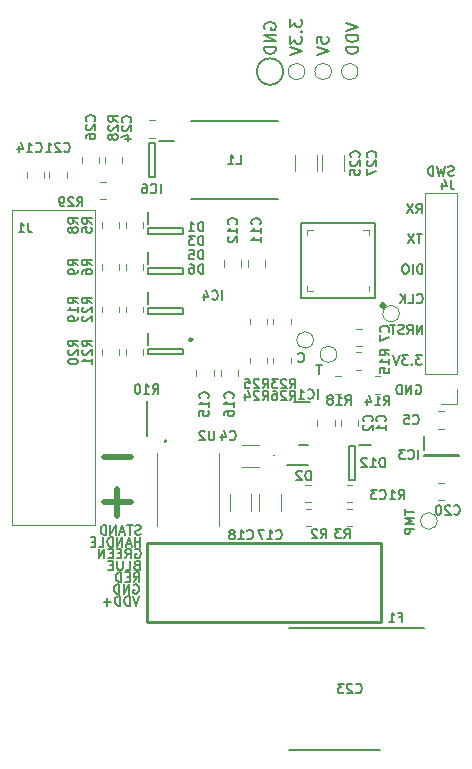
<source format=gbr>
%TF.GenerationSoftware,KiCad,Pcbnew,7.0.8*%
%TF.CreationDate,2023-10-18T12:59:10+02:00*%
%TF.ProjectId,AxxSolder,41787853-6f6c-4646-9572-2e6b69636164,rev?*%
%TF.SameCoordinates,Original*%
%TF.FileFunction,Legend,Bot*%
%TF.FilePolarity,Positive*%
%FSLAX46Y46*%
G04 Gerber Fmt 4.6, Leading zero omitted, Abs format (unit mm)*
G04 Created by KiCad (PCBNEW 7.0.8) date 2023-10-18 12:59:10*
%MOMM*%
%LPD*%
G01*
G04 APERTURE LIST*
%ADD10C,0.200000*%
%ADD11C,0.150000*%
%ADD12C,0.500000*%
%ADD13C,0.120000*%
%ADD14C,0.100000*%
%ADD15C,0.250000*%
%ADD16C,0.254000*%
%ADD17C,0.400000*%
G04 APERTURE END LIST*
D10*
X120868034Y-53750000D02*
G75*
G03*
X120868034Y-53750000I-1118034J0D01*
G01*
X122200000Y-87100000D02*
X121200000Y-87100000D01*
D11*
X124128571Y-78562295D02*
X123671428Y-78562295D01*
X123900000Y-79362295D02*
X123900000Y-78562295D01*
X132653014Y-75973915D02*
X132653014Y-75173915D01*
X132653014Y-75173915D02*
X132195871Y-75973915D01*
X132195871Y-75973915D02*
X132195871Y-75173915D01*
X131357776Y-75973915D02*
X131624443Y-75592962D01*
X131814919Y-75973915D02*
X131814919Y-75173915D01*
X131814919Y-75173915D02*
X131510157Y-75173915D01*
X131510157Y-75173915D02*
X131433967Y-75212010D01*
X131433967Y-75212010D02*
X131395872Y-75250105D01*
X131395872Y-75250105D02*
X131357776Y-75326296D01*
X131357776Y-75326296D02*
X131357776Y-75440581D01*
X131357776Y-75440581D02*
X131395872Y-75516772D01*
X131395872Y-75516772D02*
X131433967Y-75554867D01*
X131433967Y-75554867D02*
X131510157Y-75592962D01*
X131510157Y-75592962D02*
X131814919Y-75592962D01*
X131053015Y-75935820D02*
X130938729Y-75973915D01*
X130938729Y-75973915D02*
X130748253Y-75973915D01*
X130748253Y-75973915D02*
X130672062Y-75935820D01*
X130672062Y-75935820D02*
X130633967Y-75897724D01*
X130633967Y-75897724D02*
X130595872Y-75821534D01*
X130595872Y-75821534D02*
X130595872Y-75745343D01*
X130595872Y-75745343D02*
X130633967Y-75669153D01*
X130633967Y-75669153D02*
X130672062Y-75631058D01*
X130672062Y-75631058D02*
X130748253Y-75592962D01*
X130748253Y-75592962D02*
X130900634Y-75554867D01*
X130900634Y-75554867D02*
X130976824Y-75516772D01*
X130976824Y-75516772D02*
X131014919Y-75478677D01*
X131014919Y-75478677D02*
X131053015Y-75402486D01*
X131053015Y-75402486D02*
X131053015Y-75326296D01*
X131053015Y-75326296D02*
X131014919Y-75250105D01*
X131014919Y-75250105D02*
X130976824Y-75212010D01*
X130976824Y-75212010D02*
X130900634Y-75173915D01*
X130900634Y-75173915D02*
X130710157Y-75173915D01*
X130710157Y-75173915D02*
X130595872Y-75212010D01*
X130367300Y-75173915D02*
X129910157Y-75173915D01*
X130138729Y-75973915D02*
X130138729Y-75173915D01*
D12*
X105657142Y-86381000D02*
X107942857Y-86381000D01*
D11*
X132609523Y-67462295D02*
X132152380Y-67462295D01*
X132380952Y-68262295D02*
X132380952Y-67462295D01*
X131961904Y-67462295D02*
X131428570Y-68262295D01*
X131428570Y-67462295D02*
X131961904Y-68262295D01*
X132133332Y-65762295D02*
X132399999Y-65381342D01*
X132590475Y-65762295D02*
X132590475Y-64962295D01*
X132590475Y-64962295D02*
X132285713Y-64962295D01*
X132285713Y-64962295D02*
X132209523Y-65000390D01*
X132209523Y-65000390D02*
X132171428Y-65038485D01*
X132171428Y-65038485D02*
X132133332Y-65114676D01*
X132133332Y-65114676D02*
X132133332Y-65228961D01*
X132133332Y-65228961D02*
X132171428Y-65305152D01*
X132171428Y-65305152D02*
X132209523Y-65343247D01*
X132209523Y-65343247D02*
X132285713Y-65381342D01*
X132285713Y-65381342D02*
X132590475Y-65381342D01*
X131866666Y-64962295D02*
X131333332Y-65762295D01*
X131333332Y-64962295D02*
X131866666Y-65762295D01*
X108661904Y-98162295D02*
X108395237Y-98962295D01*
X108395237Y-98962295D02*
X108128571Y-98162295D01*
X107861904Y-98962295D02*
X107861904Y-98162295D01*
X107861904Y-98162295D02*
X107671428Y-98162295D01*
X107671428Y-98162295D02*
X107557142Y-98200390D01*
X107557142Y-98200390D02*
X107480952Y-98276580D01*
X107480952Y-98276580D02*
X107442857Y-98352771D01*
X107442857Y-98352771D02*
X107404761Y-98505152D01*
X107404761Y-98505152D02*
X107404761Y-98619438D01*
X107404761Y-98619438D02*
X107442857Y-98771819D01*
X107442857Y-98771819D02*
X107480952Y-98848009D01*
X107480952Y-98848009D02*
X107557142Y-98924200D01*
X107557142Y-98924200D02*
X107671428Y-98962295D01*
X107671428Y-98962295D02*
X107861904Y-98962295D01*
X107061904Y-98962295D02*
X107061904Y-98162295D01*
X107061904Y-98162295D02*
X106871428Y-98162295D01*
X106871428Y-98162295D02*
X106757142Y-98200390D01*
X106757142Y-98200390D02*
X106680952Y-98276580D01*
X106680952Y-98276580D02*
X106642857Y-98352771D01*
X106642857Y-98352771D02*
X106604761Y-98505152D01*
X106604761Y-98505152D02*
X106604761Y-98619438D01*
X106604761Y-98619438D02*
X106642857Y-98771819D01*
X106642857Y-98771819D02*
X106680952Y-98848009D01*
X106680952Y-98848009D02*
X106757142Y-98924200D01*
X106757142Y-98924200D02*
X106871428Y-98962295D01*
X106871428Y-98962295D02*
X107061904Y-98962295D01*
X106261904Y-98657533D02*
X105652381Y-98657533D01*
X105957142Y-98962295D02*
X105957142Y-98352771D01*
X108447619Y-95543247D02*
X108333333Y-95581342D01*
X108333333Y-95581342D02*
X108295238Y-95619438D01*
X108295238Y-95619438D02*
X108257142Y-95695628D01*
X108257142Y-95695628D02*
X108257142Y-95809914D01*
X108257142Y-95809914D02*
X108295238Y-95886104D01*
X108295238Y-95886104D02*
X108333333Y-95924200D01*
X108333333Y-95924200D02*
X108409523Y-95962295D01*
X108409523Y-95962295D02*
X108714285Y-95962295D01*
X108714285Y-95962295D02*
X108714285Y-95162295D01*
X108714285Y-95162295D02*
X108447619Y-95162295D01*
X108447619Y-95162295D02*
X108371428Y-95200390D01*
X108371428Y-95200390D02*
X108333333Y-95238485D01*
X108333333Y-95238485D02*
X108295238Y-95314676D01*
X108295238Y-95314676D02*
X108295238Y-95390866D01*
X108295238Y-95390866D02*
X108333333Y-95467057D01*
X108333333Y-95467057D02*
X108371428Y-95505152D01*
X108371428Y-95505152D02*
X108447619Y-95543247D01*
X108447619Y-95543247D02*
X108714285Y-95543247D01*
X107533333Y-95962295D02*
X107914285Y-95962295D01*
X107914285Y-95962295D02*
X107914285Y-95162295D01*
X107266666Y-95162295D02*
X107266666Y-95809914D01*
X107266666Y-95809914D02*
X107228571Y-95886104D01*
X107228571Y-95886104D02*
X107190476Y-95924200D01*
X107190476Y-95924200D02*
X107114285Y-95962295D01*
X107114285Y-95962295D02*
X106961904Y-95962295D01*
X106961904Y-95962295D02*
X106885714Y-95924200D01*
X106885714Y-95924200D02*
X106847619Y-95886104D01*
X106847619Y-95886104D02*
X106809523Y-95809914D01*
X106809523Y-95809914D02*
X106809523Y-95162295D01*
X106428571Y-95543247D02*
X106161905Y-95543247D01*
X106047619Y-95962295D02*
X106428571Y-95962295D01*
X106428571Y-95962295D02*
X106428571Y-95162295D01*
X106428571Y-95162295D02*
X106047619Y-95162295D01*
X132176189Y-73286104D02*
X132214285Y-73324200D01*
X132214285Y-73324200D02*
X132328570Y-73362295D01*
X132328570Y-73362295D02*
X132404761Y-73362295D01*
X132404761Y-73362295D02*
X132519047Y-73324200D01*
X132519047Y-73324200D02*
X132595237Y-73248009D01*
X132595237Y-73248009D02*
X132633332Y-73171819D01*
X132633332Y-73171819D02*
X132671428Y-73019438D01*
X132671428Y-73019438D02*
X132671428Y-72905152D01*
X132671428Y-72905152D02*
X132633332Y-72752771D01*
X132633332Y-72752771D02*
X132595237Y-72676580D01*
X132595237Y-72676580D02*
X132519047Y-72600390D01*
X132519047Y-72600390D02*
X132404761Y-72562295D01*
X132404761Y-72562295D02*
X132328570Y-72562295D01*
X132328570Y-72562295D02*
X132214285Y-72600390D01*
X132214285Y-72600390D02*
X132176189Y-72638485D01*
X131452380Y-73362295D02*
X131833332Y-73362295D01*
X131833332Y-73362295D02*
X131833332Y-72562295D01*
X131185713Y-73362295D02*
X131185713Y-72562295D01*
X130728570Y-73362295D02*
X131071428Y-72905152D01*
X130728570Y-72562295D02*
X131185713Y-73019438D01*
X132619046Y-70862295D02*
X132619046Y-70062295D01*
X132619046Y-70062295D02*
X132428570Y-70062295D01*
X132428570Y-70062295D02*
X132314284Y-70100390D01*
X132314284Y-70100390D02*
X132238094Y-70176580D01*
X132238094Y-70176580D02*
X132199999Y-70252771D01*
X132199999Y-70252771D02*
X132161903Y-70405152D01*
X132161903Y-70405152D02*
X132161903Y-70519438D01*
X132161903Y-70519438D02*
X132199999Y-70671819D01*
X132199999Y-70671819D02*
X132238094Y-70748009D01*
X132238094Y-70748009D02*
X132314284Y-70824200D01*
X132314284Y-70824200D02*
X132428570Y-70862295D01*
X132428570Y-70862295D02*
X132619046Y-70862295D01*
X131819046Y-70862295D02*
X131819046Y-70062295D01*
X131285713Y-70062295D02*
X131133332Y-70062295D01*
X131133332Y-70062295D02*
X131057142Y-70100390D01*
X131057142Y-70100390D02*
X130980951Y-70176580D01*
X130980951Y-70176580D02*
X130942856Y-70328961D01*
X130942856Y-70328961D02*
X130942856Y-70595628D01*
X130942856Y-70595628D02*
X130980951Y-70748009D01*
X130980951Y-70748009D02*
X131057142Y-70824200D01*
X131057142Y-70824200D02*
X131133332Y-70862295D01*
X131133332Y-70862295D02*
X131285713Y-70862295D01*
X131285713Y-70862295D02*
X131361904Y-70824200D01*
X131361904Y-70824200D02*
X131438094Y-70748009D01*
X131438094Y-70748009D02*
X131476190Y-70595628D01*
X131476190Y-70595628D02*
X131476190Y-70328961D01*
X131476190Y-70328961D02*
X131438094Y-70176580D01*
X131438094Y-70176580D02*
X131361904Y-70100390D01*
X131361904Y-70100390D02*
X131285713Y-70062295D01*
X126204819Y-49666667D02*
X127204819Y-50000000D01*
X127204819Y-50000000D02*
X126204819Y-50333333D01*
X127204819Y-50666667D02*
X126204819Y-50666667D01*
X126204819Y-50666667D02*
X126204819Y-50904762D01*
X126204819Y-50904762D02*
X126252438Y-51047619D01*
X126252438Y-51047619D02*
X126347676Y-51142857D01*
X126347676Y-51142857D02*
X126442914Y-51190476D01*
X126442914Y-51190476D02*
X126633390Y-51238095D01*
X126633390Y-51238095D02*
X126776247Y-51238095D01*
X126776247Y-51238095D02*
X126966723Y-51190476D01*
X126966723Y-51190476D02*
X127061961Y-51142857D01*
X127061961Y-51142857D02*
X127157200Y-51047619D01*
X127157200Y-51047619D02*
X127204819Y-50904762D01*
X127204819Y-50904762D02*
X127204819Y-50666667D01*
X127204819Y-51666667D02*
X126204819Y-51666667D01*
X126204819Y-51666667D02*
X126204819Y-51904762D01*
X126204819Y-51904762D02*
X126252438Y-52047619D01*
X126252438Y-52047619D02*
X126347676Y-52142857D01*
X126347676Y-52142857D02*
X126442914Y-52190476D01*
X126442914Y-52190476D02*
X126633390Y-52238095D01*
X126633390Y-52238095D02*
X126776247Y-52238095D01*
X126776247Y-52238095D02*
X126966723Y-52190476D01*
X126966723Y-52190476D02*
X127061961Y-52142857D01*
X127061961Y-52142857D02*
X127157200Y-52047619D01*
X127157200Y-52047619D02*
X127204819Y-51904762D01*
X127204819Y-51904762D02*
X127204819Y-51666667D01*
X108333333Y-94200390D02*
X108409523Y-94162295D01*
X108409523Y-94162295D02*
X108523809Y-94162295D01*
X108523809Y-94162295D02*
X108638095Y-94200390D01*
X108638095Y-94200390D02*
X108714285Y-94276580D01*
X108714285Y-94276580D02*
X108752380Y-94352771D01*
X108752380Y-94352771D02*
X108790476Y-94505152D01*
X108790476Y-94505152D02*
X108790476Y-94619438D01*
X108790476Y-94619438D02*
X108752380Y-94771819D01*
X108752380Y-94771819D02*
X108714285Y-94848009D01*
X108714285Y-94848009D02*
X108638095Y-94924200D01*
X108638095Y-94924200D02*
X108523809Y-94962295D01*
X108523809Y-94962295D02*
X108447618Y-94962295D01*
X108447618Y-94962295D02*
X108333333Y-94924200D01*
X108333333Y-94924200D02*
X108295237Y-94886104D01*
X108295237Y-94886104D02*
X108295237Y-94619438D01*
X108295237Y-94619438D02*
X108447618Y-94619438D01*
X107495237Y-94962295D02*
X107761904Y-94581342D01*
X107952380Y-94962295D02*
X107952380Y-94162295D01*
X107952380Y-94162295D02*
X107647618Y-94162295D01*
X107647618Y-94162295D02*
X107571428Y-94200390D01*
X107571428Y-94200390D02*
X107533333Y-94238485D01*
X107533333Y-94238485D02*
X107495237Y-94314676D01*
X107495237Y-94314676D02*
X107495237Y-94428961D01*
X107495237Y-94428961D02*
X107533333Y-94505152D01*
X107533333Y-94505152D02*
X107571428Y-94543247D01*
X107571428Y-94543247D02*
X107647618Y-94581342D01*
X107647618Y-94581342D02*
X107952380Y-94581342D01*
X107152380Y-94543247D02*
X106885714Y-94543247D01*
X106771428Y-94962295D02*
X107152380Y-94962295D01*
X107152380Y-94962295D02*
X107152380Y-94162295D01*
X107152380Y-94162295D02*
X106771428Y-94162295D01*
X106428570Y-94543247D02*
X106161904Y-94543247D01*
X106047618Y-94962295D02*
X106428570Y-94962295D01*
X106428570Y-94962295D02*
X106428570Y-94162295D01*
X106428570Y-94162295D02*
X106047618Y-94162295D01*
X105704760Y-94962295D02*
X105704760Y-94162295D01*
X105704760Y-94162295D02*
X105247617Y-94962295D01*
X105247617Y-94962295D02*
X105247617Y-94162295D01*
X132109523Y-80300390D02*
X132185713Y-80262295D01*
X132185713Y-80262295D02*
X132299999Y-80262295D01*
X132299999Y-80262295D02*
X132414285Y-80300390D01*
X132414285Y-80300390D02*
X132490475Y-80376580D01*
X132490475Y-80376580D02*
X132528570Y-80452771D01*
X132528570Y-80452771D02*
X132566666Y-80605152D01*
X132566666Y-80605152D02*
X132566666Y-80719438D01*
X132566666Y-80719438D02*
X132528570Y-80871819D01*
X132528570Y-80871819D02*
X132490475Y-80948009D01*
X132490475Y-80948009D02*
X132414285Y-81024200D01*
X132414285Y-81024200D02*
X132299999Y-81062295D01*
X132299999Y-81062295D02*
X132223808Y-81062295D01*
X132223808Y-81062295D02*
X132109523Y-81024200D01*
X132109523Y-81024200D02*
X132071427Y-80986104D01*
X132071427Y-80986104D02*
X132071427Y-80719438D01*
X132071427Y-80719438D02*
X132223808Y-80719438D01*
X131728570Y-81062295D02*
X131728570Y-80262295D01*
X131728570Y-80262295D02*
X131271427Y-81062295D01*
X131271427Y-81062295D02*
X131271427Y-80262295D01*
X130890475Y-81062295D02*
X130890475Y-80262295D01*
X130890475Y-80262295D02*
X130699999Y-80262295D01*
X130699999Y-80262295D02*
X130585713Y-80300390D01*
X130585713Y-80300390D02*
X130509523Y-80376580D01*
X130509523Y-80376580D02*
X130471428Y-80452771D01*
X130471428Y-80452771D02*
X130433332Y-80605152D01*
X130433332Y-80605152D02*
X130433332Y-80719438D01*
X130433332Y-80719438D02*
X130471428Y-80871819D01*
X130471428Y-80871819D02*
X130509523Y-80948009D01*
X130509523Y-80948009D02*
X130585713Y-81024200D01*
X130585713Y-81024200D02*
X130699999Y-81062295D01*
X130699999Y-81062295D02*
X130890475Y-81062295D01*
X131162295Y-90814285D02*
X131162295Y-91271428D01*
X131962295Y-91042856D02*
X131162295Y-91042856D01*
X131962295Y-91538095D02*
X131162295Y-91538095D01*
X131162295Y-91538095D02*
X131733723Y-91804761D01*
X131733723Y-91804761D02*
X131162295Y-92071428D01*
X131162295Y-92071428D02*
X131962295Y-92071428D01*
X131962295Y-92452381D02*
X131162295Y-92452381D01*
X131162295Y-92452381D02*
X131162295Y-92757143D01*
X131162295Y-92757143D02*
X131200390Y-92833333D01*
X131200390Y-92833333D02*
X131238485Y-92871428D01*
X131238485Y-92871428D02*
X131314676Y-92909524D01*
X131314676Y-92909524D02*
X131428961Y-92909524D01*
X131428961Y-92909524D02*
X131505152Y-92871428D01*
X131505152Y-92871428D02*
X131543247Y-92833333D01*
X131543247Y-92833333D02*
X131581342Y-92757143D01*
X131581342Y-92757143D02*
X131581342Y-92452381D01*
X121454819Y-49333334D02*
X121454819Y-49952381D01*
X121454819Y-49952381D02*
X121835771Y-49619048D01*
X121835771Y-49619048D02*
X121835771Y-49761905D01*
X121835771Y-49761905D02*
X121883390Y-49857143D01*
X121883390Y-49857143D02*
X121931009Y-49904762D01*
X121931009Y-49904762D02*
X122026247Y-49952381D01*
X122026247Y-49952381D02*
X122264342Y-49952381D01*
X122264342Y-49952381D02*
X122359580Y-49904762D01*
X122359580Y-49904762D02*
X122407200Y-49857143D01*
X122407200Y-49857143D02*
X122454819Y-49761905D01*
X122454819Y-49761905D02*
X122454819Y-49476191D01*
X122454819Y-49476191D02*
X122407200Y-49380953D01*
X122407200Y-49380953D02*
X122359580Y-49333334D01*
X122359580Y-50380953D02*
X122407200Y-50428572D01*
X122407200Y-50428572D02*
X122454819Y-50380953D01*
X122454819Y-50380953D02*
X122407200Y-50333334D01*
X122407200Y-50333334D02*
X122359580Y-50380953D01*
X122359580Y-50380953D02*
X122454819Y-50380953D01*
X121454819Y-50761905D02*
X121454819Y-51380952D01*
X121454819Y-51380952D02*
X121835771Y-51047619D01*
X121835771Y-51047619D02*
X121835771Y-51190476D01*
X121835771Y-51190476D02*
X121883390Y-51285714D01*
X121883390Y-51285714D02*
X121931009Y-51333333D01*
X121931009Y-51333333D02*
X122026247Y-51380952D01*
X122026247Y-51380952D02*
X122264342Y-51380952D01*
X122264342Y-51380952D02*
X122359580Y-51333333D01*
X122359580Y-51333333D02*
X122407200Y-51285714D01*
X122407200Y-51285714D02*
X122454819Y-51190476D01*
X122454819Y-51190476D02*
X122454819Y-50904762D01*
X122454819Y-50904762D02*
X122407200Y-50809524D01*
X122407200Y-50809524D02*
X122359580Y-50761905D01*
X121454819Y-51666667D02*
X122454819Y-52000000D01*
X122454819Y-52000000D02*
X121454819Y-52333333D01*
X132580952Y-77762295D02*
X132085714Y-77762295D01*
X132085714Y-77762295D02*
X132352380Y-78067057D01*
X132352380Y-78067057D02*
X132238095Y-78067057D01*
X132238095Y-78067057D02*
X132161904Y-78105152D01*
X132161904Y-78105152D02*
X132123809Y-78143247D01*
X132123809Y-78143247D02*
X132085714Y-78219438D01*
X132085714Y-78219438D02*
X132085714Y-78409914D01*
X132085714Y-78409914D02*
X132123809Y-78486104D01*
X132123809Y-78486104D02*
X132161904Y-78524200D01*
X132161904Y-78524200D02*
X132238095Y-78562295D01*
X132238095Y-78562295D02*
X132466666Y-78562295D01*
X132466666Y-78562295D02*
X132542857Y-78524200D01*
X132542857Y-78524200D02*
X132580952Y-78486104D01*
X131742856Y-78486104D02*
X131704761Y-78524200D01*
X131704761Y-78524200D02*
X131742856Y-78562295D01*
X131742856Y-78562295D02*
X131780952Y-78524200D01*
X131780952Y-78524200D02*
X131742856Y-78486104D01*
X131742856Y-78486104D02*
X131742856Y-78562295D01*
X131438095Y-77762295D02*
X130942857Y-77762295D01*
X130942857Y-77762295D02*
X131209523Y-78067057D01*
X131209523Y-78067057D02*
X131095238Y-78067057D01*
X131095238Y-78067057D02*
X131019047Y-78105152D01*
X131019047Y-78105152D02*
X130980952Y-78143247D01*
X130980952Y-78143247D02*
X130942857Y-78219438D01*
X130942857Y-78219438D02*
X130942857Y-78409914D01*
X130942857Y-78409914D02*
X130980952Y-78486104D01*
X130980952Y-78486104D02*
X131019047Y-78524200D01*
X131019047Y-78524200D02*
X131095238Y-78562295D01*
X131095238Y-78562295D02*
X131323809Y-78562295D01*
X131323809Y-78562295D02*
X131400000Y-78524200D01*
X131400000Y-78524200D02*
X131438095Y-78486104D01*
X130714285Y-77762295D02*
X130447618Y-78562295D01*
X130447618Y-78562295D02*
X130180952Y-77762295D01*
X108209523Y-97200390D02*
X108285713Y-97162295D01*
X108285713Y-97162295D02*
X108399999Y-97162295D01*
X108399999Y-97162295D02*
X108514285Y-97200390D01*
X108514285Y-97200390D02*
X108590475Y-97276580D01*
X108590475Y-97276580D02*
X108628570Y-97352771D01*
X108628570Y-97352771D02*
X108666666Y-97505152D01*
X108666666Y-97505152D02*
X108666666Y-97619438D01*
X108666666Y-97619438D02*
X108628570Y-97771819D01*
X108628570Y-97771819D02*
X108590475Y-97848009D01*
X108590475Y-97848009D02*
X108514285Y-97924200D01*
X108514285Y-97924200D02*
X108399999Y-97962295D01*
X108399999Y-97962295D02*
X108323808Y-97962295D01*
X108323808Y-97962295D02*
X108209523Y-97924200D01*
X108209523Y-97924200D02*
X108171427Y-97886104D01*
X108171427Y-97886104D02*
X108171427Y-97619438D01*
X108171427Y-97619438D02*
X108323808Y-97619438D01*
X107828570Y-97962295D02*
X107828570Y-97162295D01*
X107828570Y-97162295D02*
X107371427Y-97962295D01*
X107371427Y-97962295D02*
X107371427Y-97162295D01*
X106990475Y-97962295D02*
X106990475Y-97162295D01*
X106990475Y-97162295D02*
X106799999Y-97162295D01*
X106799999Y-97162295D02*
X106685713Y-97200390D01*
X106685713Y-97200390D02*
X106609523Y-97276580D01*
X106609523Y-97276580D02*
X106571428Y-97352771D01*
X106571428Y-97352771D02*
X106533332Y-97505152D01*
X106533332Y-97505152D02*
X106533332Y-97619438D01*
X106533332Y-97619438D02*
X106571428Y-97771819D01*
X106571428Y-97771819D02*
X106609523Y-97848009D01*
X106609523Y-97848009D02*
X106685713Y-97924200D01*
X106685713Y-97924200D02*
X106799999Y-97962295D01*
X106799999Y-97962295D02*
X106990475Y-97962295D01*
X135285714Y-62524200D02*
X135171428Y-62562295D01*
X135171428Y-62562295D02*
X134980952Y-62562295D01*
X134980952Y-62562295D02*
X134904761Y-62524200D01*
X134904761Y-62524200D02*
X134866666Y-62486104D01*
X134866666Y-62486104D02*
X134828571Y-62409914D01*
X134828571Y-62409914D02*
X134828571Y-62333723D01*
X134828571Y-62333723D02*
X134866666Y-62257533D01*
X134866666Y-62257533D02*
X134904761Y-62219438D01*
X134904761Y-62219438D02*
X134980952Y-62181342D01*
X134980952Y-62181342D02*
X135133333Y-62143247D01*
X135133333Y-62143247D02*
X135209523Y-62105152D01*
X135209523Y-62105152D02*
X135247618Y-62067057D01*
X135247618Y-62067057D02*
X135285714Y-61990866D01*
X135285714Y-61990866D02*
X135285714Y-61914676D01*
X135285714Y-61914676D02*
X135247618Y-61838485D01*
X135247618Y-61838485D02*
X135209523Y-61800390D01*
X135209523Y-61800390D02*
X135133333Y-61762295D01*
X135133333Y-61762295D02*
X134942856Y-61762295D01*
X134942856Y-61762295D02*
X134828571Y-61800390D01*
X134561904Y-61762295D02*
X134371428Y-62562295D01*
X134371428Y-62562295D02*
X134219047Y-61990866D01*
X134219047Y-61990866D02*
X134066666Y-62562295D01*
X134066666Y-62562295D02*
X133876190Y-61762295D01*
X133571427Y-62562295D02*
X133571427Y-61762295D01*
X133571427Y-61762295D02*
X133380951Y-61762295D01*
X133380951Y-61762295D02*
X133266665Y-61800390D01*
X133266665Y-61800390D02*
X133190475Y-61876580D01*
X133190475Y-61876580D02*
X133152380Y-61952771D01*
X133152380Y-61952771D02*
X133114284Y-62105152D01*
X133114284Y-62105152D02*
X133114284Y-62219438D01*
X133114284Y-62219438D02*
X133152380Y-62371819D01*
X133152380Y-62371819D02*
X133190475Y-62448009D01*
X133190475Y-62448009D02*
X133266665Y-62524200D01*
X133266665Y-62524200D02*
X133380951Y-62562295D01*
X133380951Y-62562295D02*
X133571427Y-62562295D01*
X119302105Y-50142857D02*
X119254486Y-50047619D01*
X119254486Y-50047619D02*
X119254486Y-49904762D01*
X119254486Y-49904762D02*
X119302105Y-49761905D01*
X119302105Y-49761905D02*
X119397343Y-49666667D01*
X119397343Y-49666667D02*
X119492581Y-49619048D01*
X119492581Y-49619048D02*
X119683057Y-49571429D01*
X119683057Y-49571429D02*
X119825914Y-49571429D01*
X119825914Y-49571429D02*
X120016390Y-49619048D01*
X120016390Y-49619048D02*
X120111628Y-49666667D01*
X120111628Y-49666667D02*
X120206867Y-49761905D01*
X120206867Y-49761905D02*
X120254486Y-49904762D01*
X120254486Y-49904762D02*
X120254486Y-50000000D01*
X120254486Y-50000000D02*
X120206867Y-50142857D01*
X120206867Y-50142857D02*
X120159247Y-50190476D01*
X120159247Y-50190476D02*
X119825914Y-50190476D01*
X119825914Y-50190476D02*
X119825914Y-50000000D01*
X120254486Y-50619048D02*
X119254486Y-50619048D01*
X119254486Y-50619048D02*
X120254486Y-51190476D01*
X120254486Y-51190476D02*
X119254486Y-51190476D01*
X120254486Y-51666667D02*
X119254486Y-51666667D01*
X119254486Y-51666667D02*
X119254486Y-51904762D01*
X119254486Y-51904762D02*
X119302105Y-52047619D01*
X119302105Y-52047619D02*
X119397343Y-52142857D01*
X119397343Y-52142857D02*
X119492581Y-52190476D01*
X119492581Y-52190476D02*
X119683057Y-52238095D01*
X119683057Y-52238095D02*
X119825914Y-52238095D01*
X119825914Y-52238095D02*
X120016390Y-52190476D01*
X120016390Y-52190476D02*
X120111628Y-52142857D01*
X120111628Y-52142857D02*
X120206867Y-52047619D01*
X120206867Y-52047619D02*
X120254486Y-51904762D01*
X120254486Y-51904762D02*
X120254486Y-51666667D01*
X108776189Y-93962295D02*
X108776189Y-93162295D01*
X108776189Y-93543247D02*
X108319046Y-93543247D01*
X108319046Y-93962295D02*
X108319046Y-93162295D01*
X107976190Y-93733723D02*
X107595237Y-93733723D01*
X108052380Y-93962295D02*
X107785713Y-93162295D01*
X107785713Y-93162295D02*
X107519047Y-93962295D01*
X107252380Y-93962295D02*
X107252380Y-93162295D01*
X107252380Y-93162295D02*
X106795237Y-93962295D01*
X106795237Y-93962295D02*
X106795237Y-93162295D01*
X106414285Y-93962295D02*
X106414285Y-93162295D01*
X106414285Y-93162295D02*
X106223809Y-93162295D01*
X106223809Y-93162295D02*
X106109523Y-93200390D01*
X106109523Y-93200390D02*
X106033333Y-93276580D01*
X106033333Y-93276580D02*
X105995238Y-93352771D01*
X105995238Y-93352771D02*
X105957142Y-93505152D01*
X105957142Y-93505152D02*
X105957142Y-93619438D01*
X105957142Y-93619438D02*
X105995238Y-93771819D01*
X105995238Y-93771819D02*
X106033333Y-93848009D01*
X106033333Y-93848009D02*
X106109523Y-93924200D01*
X106109523Y-93924200D02*
X106223809Y-93962295D01*
X106223809Y-93962295D02*
X106414285Y-93962295D01*
X105233333Y-93962295D02*
X105614285Y-93962295D01*
X105614285Y-93962295D02*
X105614285Y-93162295D01*
X104966666Y-93543247D02*
X104700000Y-93543247D01*
X104585714Y-93962295D02*
X104966666Y-93962295D01*
X104966666Y-93962295D02*
X104966666Y-93162295D01*
X104966666Y-93162295D02*
X104585714Y-93162295D01*
X108214285Y-96962295D02*
X108480952Y-96581342D01*
X108671428Y-96962295D02*
X108671428Y-96162295D01*
X108671428Y-96162295D02*
X108366666Y-96162295D01*
X108366666Y-96162295D02*
X108290476Y-96200390D01*
X108290476Y-96200390D02*
X108252381Y-96238485D01*
X108252381Y-96238485D02*
X108214285Y-96314676D01*
X108214285Y-96314676D02*
X108214285Y-96428961D01*
X108214285Y-96428961D02*
X108252381Y-96505152D01*
X108252381Y-96505152D02*
X108290476Y-96543247D01*
X108290476Y-96543247D02*
X108366666Y-96581342D01*
X108366666Y-96581342D02*
X108671428Y-96581342D01*
X107871428Y-96543247D02*
X107604762Y-96543247D01*
X107490476Y-96962295D02*
X107871428Y-96962295D01*
X107871428Y-96962295D02*
X107871428Y-96162295D01*
X107871428Y-96162295D02*
X107490476Y-96162295D01*
X107147618Y-96962295D02*
X107147618Y-96162295D01*
X107147618Y-96162295D02*
X106957142Y-96162295D01*
X106957142Y-96162295D02*
X106842856Y-96200390D01*
X106842856Y-96200390D02*
X106766666Y-96276580D01*
X106766666Y-96276580D02*
X106728571Y-96352771D01*
X106728571Y-96352771D02*
X106690475Y-96505152D01*
X106690475Y-96505152D02*
X106690475Y-96619438D01*
X106690475Y-96619438D02*
X106728571Y-96771819D01*
X106728571Y-96771819D02*
X106766666Y-96848009D01*
X106766666Y-96848009D02*
X106842856Y-96924200D01*
X106842856Y-96924200D02*
X106957142Y-96962295D01*
X106957142Y-96962295D02*
X107147618Y-96962295D01*
X122152380Y-78286104D02*
X122190476Y-78324200D01*
X122190476Y-78324200D02*
X122304761Y-78362295D01*
X122304761Y-78362295D02*
X122380952Y-78362295D01*
X122380952Y-78362295D02*
X122495238Y-78324200D01*
X122495238Y-78324200D02*
X122571428Y-78248009D01*
X122571428Y-78248009D02*
X122609523Y-78171819D01*
X122609523Y-78171819D02*
X122647619Y-78019438D01*
X122647619Y-78019438D02*
X122647619Y-77905152D01*
X122647619Y-77905152D02*
X122609523Y-77752771D01*
X122609523Y-77752771D02*
X122571428Y-77676580D01*
X122571428Y-77676580D02*
X122495238Y-77600390D01*
X122495238Y-77600390D02*
X122380952Y-77562295D01*
X122380952Y-77562295D02*
X122304761Y-77562295D01*
X122304761Y-77562295D02*
X122190476Y-77600390D01*
X122190476Y-77600390D02*
X122152380Y-77638485D01*
D12*
X107942857Y-90219000D02*
X105657143Y-90219000D01*
X106800000Y-91361857D02*
X106800000Y-89076142D01*
D11*
X123704819Y-51333332D02*
X123704819Y-50857142D01*
X123704819Y-50857142D02*
X124181009Y-50809523D01*
X124181009Y-50809523D02*
X124133390Y-50857142D01*
X124133390Y-50857142D02*
X124085771Y-50952380D01*
X124085771Y-50952380D02*
X124085771Y-51190475D01*
X124085771Y-51190475D02*
X124133390Y-51285713D01*
X124133390Y-51285713D02*
X124181009Y-51333332D01*
X124181009Y-51333332D02*
X124276247Y-51380951D01*
X124276247Y-51380951D02*
X124514342Y-51380951D01*
X124514342Y-51380951D02*
X124609580Y-51333332D01*
X124609580Y-51333332D02*
X124657200Y-51285713D01*
X124657200Y-51285713D02*
X124704819Y-51190475D01*
X124704819Y-51190475D02*
X124704819Y-50952380D01*
X124704819Y-50952380D02*
X124657200Y-50857142D01*
X124657200Y-50857142D02*
X124609580Y-50809523D01*
X123704819Y-51666666D02*
X124704819Y-51999999D01*
X124704819Y-51999999D02*
X123704819Y-52333332D01*
X108795238Y-92924200D02*
X108680952Y-92962295D01*
X108680952Y-92962295D02*
X108490476Y-92962295D01*
X108490476Y-92962295D02*
X108414285Y-92924200D01*
X108414285Y-92924200D02*
X108376190Y-92886104D01*
X108376190Y-92886104D02*
X108338095Y-92809914D01*
X108338095Y-92809914D02*
X108338095Y-92733723D01*
X108338095Y-92733723D02*
X108376190Y-92657533D01*
X108376190Y-92657533D02*
X108414285Y-92619438D01*
X108414285Y-92619438D02*
X108490476Y-92581342D01*
X108490476Y-92581342D02*
X108642857Y-92543247D01*
X108642857Y-92543247D02*
X108719047Y-92505152D01*
X108719047Y-92505152D02*
X108757142Y-92467057D01*
X108757142Y-92467057D02*
X108795238Y-92390866D01*
X108795238Y-92390866D02*
X108795238Y-92314676D01*
X108795238Y-92314676D02*
X108757142Y-92238485D01*
X108757142Y-92238485D02*
X108719047Y-92200390D01*
X108719047Y-92200390D02*
X108642857Y-92162295D01*
X108642857Y-92162295D02*
X108452380Y-92162295D01*
X108452380Y-92162295D02*
X108338095Y-92200390D01*
X108109523Y-92162295D02*
X107652380Y-92162295D01*
X107880952Y-92962295D02*
X107880952Y-92162295D01*
X107423809Y-92733723D02*
X107042856Y-92733723D01*
X107499999Y-92962295D02*
X107233332Y-92162295D01*
X107233332Y-92162295D02*
X106966666Y-92962295D01*
X106699999Y-92962295D02*
X106699999Y-92162295D01*
X106699999Y-92162295D02*
X106242856Y-92962295D01*
X106242856Y-92962295D02*
X106242856Y-92162295D01*
X105861904Y-92962295D02*
X105861904Y-92162295D01*
X105861904Y-92162295D02*
X105671428Y-92162295D01*
X105671428Y-92162295D02*
X105557142Y-92200390D01*
X105557142Y-92200390D02*
X105480952Y-92276580D01*
X105480952Y-92276580D02*
X105442857Y-92352771D01*
X105442857Y-92352771D02*
X105404761Y-92505152D01*
X105404761Y-92505152D02*
X105404761Y-92619438D01*
X105404761Y-92619438D02*
X105442857Y-92771819D01*
X105442857Y-92771819D02*
X105480952Y-92848009D01*
X105480952Y-92848009D02*
X105557142Y-92924200D01*
X105557142Y-92924200D02*
X105671428Y-92962295D01*
X105671428Y-92962295D02*
X105861904Y-92962295D01*
X114090475Y-68462295D02*
X114090475Y-67662295D01*
X114090475Y-67662295D02*
X113899999Y-67662295D01*
X113899999Y-67662295D02*
X113785713Y-67700390D01*
X113785713Y-67700390D02*
X113709523Y-67776580D01*
X113709523Y-67776580D02*
X113671428Y-67852771D01*
X113671428Y-67852771D02*
X113633332Y-68005152D01*
X113633332Y-68005152D02*
X113633332Y-68119438D01*
X113633332Y-68119438D02*
X113671428Y-68271819D01*
X113671428Y-68271819D02*
X113709523Y-68348009D01*
X113709523Y-68348009D02*
X113785713Y-68424200D01*
X113785713Y-68424200D02*
X113899999Y-68462295D01*
X113899999Y-68462295D02*
X114090475Y-68462295D01*
X113366666Y-67662295D02*
X112871428Y-67662295D01*
X112871428Y-67662295D02*
X113138094Y-67967057D01*
X113138094Y-67967057D02*
X113023809Y-67967057D01*
X113023809Y-67967057D02*
X112947618Y-68005152D01*
X112947618Y-68005152D02*
X112909523Y-68043247D01*
X112909523Y-68043247D02*
X112871428Y-68119438D01*
X112871428Y-68119438D02*
X112871428Y-68309914D01*
X112871428Y-68309914D02*
X112909523Y-68386104D01*
X112909523Y-68386104D02*
X112947618Y-68424200D01*
X112947618Y-68424200D02*
X113023809Y-68462295D01*
X113023809Y-68462295D02*
X113252380Y-68462295D01*
X113252380Y-68462295D02*
X113328571Y-68424200D01*
X113328571Y-68424200D02*
X113366666Y-68386104D01*
X99266666Y-66562295D02*
X99266666Y-67133723D01*
X99266666Y-67133723D02*
X99304761Y-67248009D01*
X99304761Y-67248009D02*
X99380952Y-67324200D01*
X99380952Y-67324200D02*
X99495237Y-67362295D01*
X99495237Y-67362295D02*
X99571428Y-67362295D01*
X98466666Y-67362295D02*
X98923809Y-67362295D01*
X98695237Y-67362295D02*
X98695237Y-66562295D01*
X98695237Y-66562295D02*
X98771428Y-66676580D01*
X98771428Y-66676580D02*
X98847618Y-66752771D01*
X98847618Y-66752771D02*
X98923809Y-66790866D01*
X109814285Y-81012295D02*
X110080952Y-80631342D01*
X110271428Y-81012295D02*
X110271428Y-80212295D01*
X110271428Y-80212295D02*
X109966666Y-80212295D01*
X109966666Y-80212295D02*
X109890476Y-80250390D01*
X109890476Y-80250390D02*
X109852381Y-80288485D01*
X109852381Y-80288485D02*
X109814285Y-80364676D01*
X109814285Y-80364676D02*
X109814285Y-80478961D01*
X109814285Y-80478961D02*
X109852381Y-80555152D01*
X109852381Y-80555152D02*
X109890476Y-80593247D01*
X109890476Y-80593247D02*
X109966666Y-80631342D01*
X109966666Y-80631342D02*
X110271428Y-80631342D01*
X109052381Y-81012295D02*
X109509524Y-81012295D01*
X109280952Y-81012295D02*
X109280952Y-80212295D01*
X109280952Y-80212295D02*
X109357143Y-80326580D01*
X109357143Y-80326580D02*
X109433333Y-80402771D01*
X109433333Y-80402771D02*
X109509524Y-80440866D01*
X108557142Y-80212295D02*
X108480952Y-80212295D01*
X108480952Y-80212295D02*
X108404761Y-80250390D01*
X108404761Y-80250390D02*
X108366666Y-80288485D01*
X108366666Y-80288485D02*
X108328571Y-80364676D01*
X108328571Y-80364676D02*
X108290476Y-80517057D01*
X108290476Y-80517057D02*
X108290476Y-80707533D01*
X108290476Y-80707533D02*
X108328571Y-80859914D01*
X108328571Y-80859914D02*
X108366666Y-80936104D01*
X108366666Y-80936104D02*
X108404761Y-80974200D01*
X108404761Y-80974200D02*
X108480952Y-81012295D01*
X108480952Y-81012295D02*
X108557142Y-81012295D01*
X108557142Y-81012295D02*
X108633333Y-80974200D01*
X108633333Y-80974200D02*
X108671428Y-80936104D01*
X108671428Y-80936104D02*
X108709523Y-80859914D01*
X108709523Y-80859914D02*
X108747619Y-80707533D01*
X108747619Y-80707533D02*
X108747619Y-80517057D01*
X108747619Y-80517057D02*
X108709523Y-80364676D01*
X108709523Y-80364676D02*
X108671428Y-80288485D01*
X108671428Y-80288485D02*
X108633333Y-80250390D01*
X108633333Y-80250390D02*
X108557142Y-80212295D01*
X106837295Y-58010714D02*
X106456342Y-57744047D01*
X106837295Y-57553571D02*
X106037295Y-57553571D01*
X106037295Y-57553571D02*
X106037295Y-57858333D01*
X106037295Y-57858333D02*
X106075390Y-57934523D01*
X106075390Y-57934523D02*
X106113485Y-57972618D01*
X106113485Y-57972618D02*
X106189676Y-58010714D01*
X106189676Y-58010714D02*
X106303961Y-58010714D01*
X106303961Y-58010714D02*
X106380152Y-57972618D01*
X106380152Y-57972618D02*
X106418247Y-57934523D01*
X106418247Y-57934523D02*
X106456342Y-57858333D01*
X106456342Y-57858333D02*
X106456342Y-57553571D01*
X106113485Y-58315475D02*
X106075390Y-58353571D01*
X106075390Y-58353571D02*
X106037295Y-58429761D01*
X106037295Y-58429761D02*
X106037295Y-58620237D01*
X106037295Y-58620237D02*
X106075390Y-58696428D01*
X106075390Y-58696428D02*
X106113485Y-58734523D01*
X106113485Y-58734523D02*
X106189676Y-58772618D01*
X106189676Y-58772618D02*
X106265866Y-58772618D01*
X106265866Y-58772618D02*
X106380152Y-58734523D01*
X106380152Y-58734523D02*
X106837295Y-58277380D01*
X106837295Y-58277380D02*
X106837295Y-58772618D01*
X106380152Y-59229761D02*
X106342057Y-59153571D01*
X106342057Y-59153571D02*
X106303961Y-59115476D01*
X106303961Y-59115476D02*
X106227771Y-59077380D01*
X106227771Y-59077380D02*
X106189676Y-59077380D01*
X106189676Y-59077380D02*
X106113485Y-59115476D01*
X106113485Y-59115476D02*
X106075390Y-59153571D01*
X106075390Y-59153571D02*
X106037295Y-59229761D01*
X106037295Y-59229761D02*
X106037295Y-59382142D01*
X106037295Y-59382142D02*
X106075390Y-59458333D01*
X106075390Y-59458333D02*
X106113485Y-59496428D01*
X106113485Y-59496428D02*
X106189676Y-59534523D01*
X106189676Y-59534523D02*
X106227771Y-59534523D01*
X106227771Y-59534523D02*
X106303961Y-59496428D01*
X106303961Y-59496428D02*
X106342057Y-59458333D01*
X106342057Y-59458333D02*
X106380152Y-59382142D01*
X106380152Y-59382142D02*
X106380152Y-59229761D01*
X106380152Y-59229761D02*
X106418247Y-59153571D01*
X106418247Y-59153571D02*
X106456342Y-59115476D01*
X106456342Y-59115476D02*
X106532533Y-59077380D01*
X106532533Y-59077380D02*
X106684914Y-59077380D01*
X106684914Y-59077380D02*
X106761104Y-59115476D01*
X106761104Y-59115476D02*
X106799200Y-59153571D01*
X106799200Y-59153571D02*
X106837295Y-59229761D01*
X106837295Y-59229761D02*
X106837295Y-59382142D01*
X106837295Y-59382142D02*
X106799200Y-59458333D01*
X106799200Y-59458333D02*
X106761104Y-59496428D01*
X106761104Y-59496428D02*
X106684914Y-59534523D01*
X106684914Y-59534523D02*
X106532533Y-59534523D01*
X106532533Y-59534523D02*
X106456342Y-59496428D01*
X106456342Y-59496428D02*
X106418247Y-59458333D01*
X106418247Y-59458333D02*
X106380152Y-59382142D01*
X129486104Y-83366667D02*
X129524200Y-83328571D01*
X129524200Y-83328571D02*
X129562295Y-83214286D01*
X129562295Y-83214286D02*
X129562295Y-83138095D01*
X129562295Y-83138095D02*
X129524200Y-83023809D01*
X129524200Y-83023809D02*
X129448009Y-82947619D01*
X129448009Y-82947619D02*
X129371819Y-82909524D01*
X129371819Y-82909524D02*
X129219438Y-82871428D01*
X129219438Y-82871428D02*
X129105152Y-82871428D01*
X129105152Y-82871428D02*
X128952771Y-82909524D01*
X128952771Y-82909524D02*
X128876580Y-82947619D01*
X128876580Y-82947619D02*
X128800390Y-83023809D01*
X128800390Y-83023809D02*
X128762295Y-83138095D01*
X128762295Y-83138095D02*
X128762295Y-83214286D01*
X128762295Y-83214286D02*
X128800390Y-83328571D01*
X128800390Y-83328571D02*
X128838485Y-83366667D01*
X129562295Y-84128571D02*
X129562295Y-83671428D01*
X129562295Y-83900000D02*
X128762295Y-83900000D01*
X128762295Y-83900000D02*
X128876580Y-83823809D01*
X128876580Y-83823809D02*
X128952771Y-83747619D01*
X128952771Y-83747619D02*
X128990866Y-83671428D01*
X115009523Y-84162295D02*
X115009523Y-84809914D01*
X115009523Y-84809914D02*
X114971428Y-84886104D01*
X114971428Y-84886104D02*
X114933333Y-84924200D01*
X114933333Y-84924200D02*
X114857142Y-84962295D01*
X114857142Y-84962295D02*
X114704761Y-84962295D01*
X114704761Y-84962295D02*
X114628571Y-84924200D01*
X114628571Y-84924200D02*
X114590476Y-84886104D01*
X114590476Y-84886104D02*
X114552380Y-84809914D01*
X114552380Y-84809914D02*
X114552380Y-84162295D01*
X114209524Y-84238485D02*
X114171428Y-84200390D01*
X114171428Y-84200390D02*
X114095238Y-84162295D01*
X114095238Y-84162295D02*
X113904762Y-84162295D01*
X113904762Y-84162295D02*
X113828571Y-84200390D01*
X113828571Y-84200390D02*
X113790476Y-84238485D01*
X113790476Y-84238485D02*
X113752381Y-84314676D01*
X113752381Y-84314676D02*
X113752381Y-84390866D01*
X113752381Y-84390866D02*
X113790476Y-84505152D01*
X113790476Y-84505152D02*
X114247619Y-84962295D01*
X114247619Y-84962295D02*
X113752381Y-84962295D01*
X104662295Y-70166667D02*
X104281342Y-69900000D01*
X104662295Y-69709524D02*
X103862295Y-69709524D01*
X103862295Y-69709524D02*
X103862295Y-70014286D01*
X103862295Y-70014286D02*
X103900390Y-70090476D01*
X103900390Y-70090476D02*
X103938485Y-70128571D01*
X103938485Y-70128571D02*
X104014676Y-70166667D01*
X104014676Y-70166667D02*
X104128961Y-70166667D01*
X104128961Y-70166667D02*
X104205152Y-70128571D01*
X104205152Y-70128571D02*
X104243247Y-70090476D01*
X104243247Y-70090476D02*
X104281342Y-70014286D01*
X104281342Y-70014286D02*
X104281342Y-69709524D01*
X103862295Y-70852381D02*
X103862295Y-70700000D01*
X103862295Y-70700000D02*
X103900390Y-70623809D01*
X103900390Y-70623809D02*
X103938485Y-70585714D01*
X103938485Y-70585714D02*
X104052771Y-70509524D01*
X104052771Y-70509524D02*
X104205152Y-70471428D01*
X104205152Y-70471428D02*
X104509914Y-70471428D01*
X104509914Y-70471428D02*
X104586104Y-70509524D01*
X104586104Y-70509524D02*
X104624200Y-70547619D01*
X104624200Y-70547619D02*
X104662295Y-70623809D01*
X104662295Y-70623809D02*
X104662295Y-70776190D01*
X104662295Y-70776190D02*
X104624200Y-70852381D01*
X104624200Y-70852381D02*
X104586104Y-70890476D01*
X104586104Y-70890476D02*
X104509914Y-70928571D01*
X104509914Y-70928571D02*
X104319438Y-70928571D01*
X104319438Y-70928571D02*
X104243247Y-70890476D01*
X104243247Y-70890476D02*
X104205152Y-70852381D01*
X104205152Y-70852381D02*
X104167057Y-70776190D01*
X104167057Y-70776190D02*
X104167057Y-70623809D01*
X104167057Y-70623809D02*
X104205152Y-70547619D01*
X104205152Y-70547619D02*
X104243247Y-70509524D01*
X104243247Y-70509524D02*
X104319438Y-70471428D01*
X104662295Y-76985714D02*
X104281342Y-76719047D01*
X104662295Y-76528571D02*
X103862295Y-76528571D01*
X103862295Y-76528571D02*
X103862295Y-76833333D01*
X103862295Y-76833333D02*
X103900390Y-76909523D01*
X103900390Y-76909523D02*
X103938485Y-76947618D01*
X103938485Y-76947618D02*
X104014676Y-76985714D01*
X104014676Y-76985714D02*
X104128961Y-76985714D01*
X104128961Y-76985714D02*
X104205152Y-76947618D01*
X104205152Y-76947618D02*
X104243247Y-76909523D01*
X104243247Y-76909523D02*
X104281342Y-76833333D01*
X104281342Y-76833333D02*
X104281342Y-76528571D01*
X103938485Y-77290475D02*
X103900390Y-77328571D01*
X103900390Y-77328571D02*
X103862295Y-77404761D01*
X103862295Y-77404761D02*
X103862295Y-77595237D01*
X103862295Y-77595237D02*
X103900390Y-77671428D01*
X103900390Y-77671428D02*
X103938485Y-77709523D01*
X103938485Y-77709523D02*
X104014676Y-77747618D01*
X104014676Y-77747618D02*
X104090866Y-77747618D01*
X104090866Y-77747618D02*
X104205152Y-77709523D01*
X104205152Y-77709523D02*
X104662295Y-77252380D01*
X104662295Y-77252380D02*
X104662295Y-77747618D01*
X104662295Y-78509523D02*
X104662295Y-78052380D01*
X104662295Y-78280952D02*
X103862295Y-78280952D01*
X103862295Y-78280952D02*
X103976580Y-78204761D01*
X103976580Y-78204761D02*
X104052771Y-78128571D01*
X104052771Y-78128571D02*
X104090866Y-78052380D01*
X103462295Y-73385714D02*
X103081342Y-73119047D01*
X103462295Y-72928571D02*
X102662295Y-72928571D01*
X102662295Y-72928571D02*
X102662295Y-73233333D01*
X102662295Y-73233333D02*
X102700390Y-73309523D01*
X102700390Y-73309523D02*
X102738485Y-73347618D01*
X102738485Y-73347618D02*
X102814676Y-73385714D01*
X102814676Y-73385714D02*
X102928961Y-73385714D01*
X102928961Y-73385714D02*
X103005152Y-73347618D01*
X103005152Y-73347618D02*
X103043247Y-73309523D01*
X103043247Y-73309523D02*
X103081342Y-73233333D01*
X103081342Y-73233333D02*
X103081342Y-72928571D01*
X103462295Y-74147618D02*
X103462295Y-73690475D01*
X103462295Y-73919047D02*
X102662295Y-73919047D01*
X102662295Y-73919047D02*
X102776580Y-73842856D01*
X102776580Y-73842856D02*
X102852771Y-73766666D01*
X102852771Y-73766666D02*
X102890866Y-73690475D01*
X103462295Y-74528571D02*
X103462295Y-74680952D01*
X103462295Y-74680952D02*
X103424200Y-74757142D01*
X103424200Y-74757142D02*
X103386104Y-74795238D01*
X103386104Y-74795238D02*
X103271819Y-74871428D01*
X103271819Y-74871428D02*
X103119438Y-74909523D01*
X103119438Y-74909523D02*
X102814676Y-74909523D01*
X102814676Y-74909523D02*
X102738485Y-74871428D01*
X102738485Y-74871428D02*
X102700390Y-74833333D01*
X102700390Y-74833333D02*
X102662295Y-74757142D01*
X102662295Y-74757142D02*
X102662295Y-74604761D01*
X102662295Y-74604761D02*
X102700390Y-74528571D01*
X102700390Y-74528571D02*
X102738485Y-74490476D01*
X102738485Y-74490476D02*
X102814676Y-74452380D01*
X102814676Y-74452380D02*
X103005152Y-74452380D01*
X103005152Y-74452380D02*
X103081342Y-74490476D01*
X103081342Y-74490476D02*
X103119438Y-74528571D01*
X103119438Y-74528571D02*
X103157533Y-74604761D01*
X103157533Y-74604761D02*
X103157533Y-74757142D01*
X103157533Y-74757142D02*
X103119438Y-74833333D01*
X103119438Y-74833333D02*
X103081342Y-74871428D01*
X103081342Y-74871428D02*
X103005152Y-74909523D01*
X129033332Y-89886104D02*
X129071428Y-89924200D01*
X129071428Y-89924200D02*
X129185713Y-89962295D01*
X129185713Y-89962295D02*
X129261904Y-89962295D01*
X129261904Y-89962295D02*
X129376190Y-89924200D01*
X129376190Y-89924200D02*
X129452380Y-89848009D01*
X129452380Y-89848009D02*
X129490475Y-89771819D01*
X129490475Y-89771819D02*
X129528571Y-89619438D01*
X129528571Y-89619438D02*
X129528571Y-89505152D01*
X129528571Y-89505152D02*
X129490475Y-89352771D01*
X129490475Y-89352771D02*
X129452380Y-89276580D01*
X129452380Y-89276580D02*
X129376190Y-89200390D01*
X129376190Y-89200390D02*
X129261904Y-89162295D01*
X129261904Y-89162295D02*
X129185713Y-89162295D01*
X129185713Y-89162295D02*
X129071428Y-89200390D01*
X129071428Y-89200390D02*
X129033332Y-89238485D01*
X128766666Y-89162295D02*
X128271428Y-89162295D01*
X128271428Y-89162295D02*
X128538094Y-89467057D01*
X128538094Y-89467057D02*
X128423809Y-89467057D01*
X128423809Y-89467057D02*
X128347618Y-89505152D01*
X128347618Y-89505152D02*
X128309523Y-89543247D01*
X128309523Y-89543247D02*
X128271428Y-89619438D01*
X128271428Y-89619438D02*
X128271428Y-89809914D01*
X128271428Y-89809914D02*
X128309523Y-89886104D01*
X128309523Y-89886104D02*
X128347618Y-89924200D01*
X128347618Y-89924200D02*
X128423809Y-89962295D01*
X128423809Y-89962295D02*
X128652380Y-89962295D01*
X128652380Y-89962295D02*
X128728571Y-89924200D01*
X128728571Y-89924200D02*
X128766666Y-89886104D01*
X115680951Y-73087295D02*
X115680951Y-72287295D01*
X114842856Y-73011104D02*
X114880952Y-73049200D01*
X114880952Y-73049200D02*
X114995237Y-73087295D01*
X114995237Y-73087295D02*
X115071428Y-73087295D01*
X115071428Y-73087295D02*
X115185714Y-73049200D01*
X115185714Y-73049200D02*
X115261904Y-72973009D01*
X115261904Y-72973009D02*
X115299999Y-72896819D01*
X115299999Y-72896819D02*
X115338095Y-72744438D01*
X115338095Y-72744438D02*
X115338095Y-72630152D01*
X115338095Y-72630152D02*
X115299999Y-72477771D01*
X115299999Y-72477771D02*
X115261904Y-72401580D01*
X115261904Y-72401580D02*
X115185714Y-72325390D01*
X115185714Y-72325390D02*
X115071428Y-72287295D01*
X115071428Y-72287295D02*
X114995237Y-72287295D01*
X114995237Y-72287295D02*
X114880952Y-72325390D01*
X114880952Y-72325390D02*
X114842856Y-72363485D01*
X114157142Y-72553961D02*
X114157142Y-73087295D01*
X114347618Y-72249200D02*
X114538095Y-72820628D01*
X114538095Y-72820628D02*
X114042856Y-72820628D01*
X116883333Y-61612295D02*
X117264285Y-61612295D01*
X117264285Y-61612295D02*
X117264285Y-60812295D01*
X116197619Y-61612295D02*
X116654762Y-61612295D01*
X116426190Y-61612295D02*
X116426190Y-60812295D01*
X116426190Y-60812295D02*
X116502381Y-60926580D01*
X116502381Y-60926580D02*
X116578571Y-61002771D01*
X116578571Y-61002771D02*
X116654762Y-61040866D01*
X120264285Y-93286104D02*
X120302381Y-93324200D01*
X120302381Y-93324200D02*
X120416666Y-93362295D01*
X120416666Y-93362295D02*
X120492857Y-93362295D01*
X120492857Y-93362295D02*
X120607143Y-93324200D01*
X120607143Y-93324200D02*
X120683333Y-93248009D01*
X120683333Y-93248009D02*
X120721428Y-93171819D01*
X120721428Y-93171819D02*
X120759524Y-93019438D01*
X120759524Y-93019438D02*
X120759524Y-92905152D01*
X120759524Y-92905152D02*
X120721428Y-92752771D01*
X120721428Y-92752771D02*
X120683333Y-92676580D01*
X120683333Y-92676580D02*
X120607143Y-92600390D01*
X120607143Y-92600390D02*
X120492857Y-92562295D01*
X120492857Y-92562295D02*
X120416666Y-92562295D01*
X120416666Y-92562295D02*
X120302381Y-92600390D01*
X120302381Y-92600390D02*
X120264285Y-92638485D01*
X119502381Y-93362295D02*
X119959524Y-93362295D01*
X119730952Y-93362295D02*
X119730952Y-92562295D01*
X119730952Y-92562295D02*
X119807143Y-92676580D01*
X119807143Y-92676580D02*
X119883333Y-92752771D01*
X119883333Y-92752771D02*
X119959524Y-92790866D01*
X119235714Y-92562295D02*
X118702380Y-92562295D01*
X118702380Y-92562295D02*
X119045238Y-93362295D01*
X103462295Y-76985714D02*
X103081342Y-76719047D01*
X103462295Y-76528571D02*
X102662295Y-76528571D01*
X102662295Y-76528571D02*
X102662295Y-76833333D01*
X102662295Y-76833333D02*
X102700390Y-76909523D01*
X102700390Y-76909523D02*
X102738485Y-76947618D01*
X102738485Y-76947618D02*
X102814676Y-76985714D01*
X102814676Y-76985714D02*
X102928961Y-76985714D01*
X102928961Y-76985714D02*
X103005152Y-76947618D01*
X103005152Y-76947618D02*
X103043247Y-76909523D01*
X103043247Y-76909523D02*
X103081342Y-76833333D01*
X103081342Y-76833333D02*
X103081342Y-76528571D01*
X102738485Y-77290475D02*
X102700390Y-77328571D01*
X102700390Y-77328571D02*
X102662295Y-77404761D01*
X102662295Y-77404761D02*
X102662295Y-77595237D01*
X102662295Y-77595237D02*
X102700390Y-77671428D01*
X102700390Y-77671428D02*
X102738485Y-77709523D01*
X102738485Y-77709523D02*
X102814676Y-77747618D01*
X102814676Y-77747618D02*
X102890866Y-77747618D01*
X102890866Y-77747618D02*
X103005152Y-77709523D01*
X103005152Y-77709523D02*
X103462295Y-77252380D01*
X103462295Y-77252380D02*
X103462295Y-77747618D01*
X102662295Y-78242857D02*
X102662295Y-78319047D01*
X102662295Y-78319047D02*
X102700390Y-78395238D01*
X102700390Y-78395238D02*
X102738485Y-78433333D01*
X102738485Y-78433333D02*
X102814676Y-78471428D01*
X102814676Y-78471428D02*
X102967057Y-78509523D01*
X102967057Y-78509523D02*
X103157533Y-78509523D01*
X103157533Y-78509523D02*
X103309914Y-78471428D01*
X103309914Y-78471428D02*
X103386104Y-78433333D01*
X103386104Y-78433333D02*
X103424200Y-78395238D01*
X103424200Y-78395238D02*
X103462295Y-78319047D01*
X103462295Y-78319047D02*
X103462295Y-78242857D01*
X103462295Y-78242857D02*
X103424200Y-78166666D01*
X103424200Y-78166666D02*
X103386104Y-78128571D01*
X103386104Y-78128571D02*
X103309914Y-78090476D01*
X103309914Y-78090476D02*
X103157533Y-78052380D01*
X103157533Y-78052380D02*
X102967057Y-78052380D01*
X102967057Y-78052380D02*
X102814676Y-78090476D01*
X102814676Y-78090476D02*
X102738485Y-78128571D01*
X102738485Y-78128571D02*
X102700390Y-78166666D01*
X102700390Y-78166666D02*
X102662295Y-78242857D01*
X131833332Y-83536104D02*
X131871428Y-83574200D01*
X131871428Y-83574200D02*
X131985713Y-83612295D01*
X131985713Y-83612295D02*
X132061904Y-83612295D01*
X132061904Y-83612295D02*
X132176190Y-83574200D01*
X132176190Y-83574200D02*
X132252380Y-83498009D01*
X132252380Y-83498009D02*
X132290475Y-83421819D01*
X132290475Y-83421819D02*
X132328571Y-83269438D01*
X132328571Y-83269438D02*
X132328571Y-83155152D01*
X132328571Y-83155152D02*
X132290475Y-83002771D01*
X132290475Y-83002771D02*
X132252380Y-82926580D01*
X132252380Y-82926580D02*
X132176190Y-82850390D01*
X132176190Y-82850390D02*
X132061904Y-82812295D01*
X132061904Y-82812295D02*
X131985713Y-82812295D01*
X131985713Y-82812295D02*
X131871428Y-82850390D01*
X131871428Y-82850390D02*
X131833332Y-82888485D01*
X131109523Y-82812295D02*
X131490475Y-82812295D01*
X131490475Y-82812295D02*
X131528571Y-83193247D01*
X131528571Y-83193247D02*
X131490475Y-83155152D01*
X131490475Y-83155152D02*
X131414285Y-83117057D01*
X131414285Y-83117057D02*
X131223809Y-83117057D01*
X131223809Y-83117057D02*
X131147618Y-83155152D01*
X131147618Y-83155152D02*
X131109523Y-83193247D01*
X131109523Y-83193247D02*
X131071428Y-83269438D01*
X131071428Y-83269438D02*
X131071428Y-83459914D01*
X131071428Y-83459914D02*
X131109523Y-83536104D01*
X131109523Y-83536104D02*
X131147618Y-83574200D01*
X131147618Y-83574200D02*
X131223809Y-83612295D01*
X131223809Y-83612295D02*
X131414285Y-83612295D01*
X131414285Y-83612295D02*
X131490475Y-83574200D01*
X131490475Y-83574200D02*
X131528571Y-83536104D01*
X99914285Y-60486104D02*
X99952381Y-60524200D01*
X99952381Y-60524200D02*
X100066666Y-60562295D01*
X100066666Y-60562295D02*
X100142857Y-60562295D01*
X100142857Y-60562295D02*
X100257143Y-60524200D01*
X100257143Y-60524200D02*
X100333333Y-60448009D01*
X100333333Y-60448009D02*
X100371428Y-60371819D01*
X100371428Y-60371819D02*
X100409524Y-60219438D01*
X100409524Y-60219438D02*
X100409524Y-60105152D01*
X100409524Y-60105152D02*
X100371428Y-59952771D01*
X100371428Y-59952771D02*
X100333333Y-59876580D01*
X100333333Y-59876580D02*
X100257143Y-59800390D01*
X100257143Y-59800390D02*
X100142857Y-59762295D01*
X100142857Y-59762295D02*
X100066666Y-59762295D01*
X100066666Y-59762295D02*
X99952381Y-59800390D01*
X99952381Y-59800390D02*
X99914285Y-59838485D01*
X99152381Y-60562295D02*
X99609524Y-60562295D01*
X99380952Y-60562295D02*
X99380952Y-59762295D01*
X99380952Y-59762295D02*
X99457143Y-59876580D01*
X99457143Y-59876580D02*
X99533333Y-59952771D01*
X99533333Y-59952771D02*
X99609524Y-59990866D01*
X98466666Y-60028961D02*
X98466666Y-60562295D01*
X98657142Y-59724200D02*
X98847619Y-60295628D01*
X98847619Y-60295628D02*
X98352380Y-60295628D01*
X116586104Y-81385714D02*
X116624200Y-81347618D01*
X116624200Y-81347618D02*
X116662295Y-81233333D01*
X116662295Y-81233333D02*
X116662295Y-81157142D01*
X116662295Y-81157142D02*
X116624200Y-81042856D01*
X116624200Y-81042856D02*
X116548009Y-80966666D01*
X116548009Y-80966666D02*
X116471819Y-80928571D01*
X116471819Y-80928571D02*
X116319438Y-80890475D01*
X116319438Y-80890475D02*
X116205152Y-80890475D01*
X116205152Y-80890475D02*
X116052771Y-80928571D01*
X116052771Y-80928571D02*
X115976580Y-80966666D01*
X115976580Y-80966666D02*
X115900390Y-81042856D01*
X115900390Y-81042856D02*
X115862295Y-81157142D01*
X115862295Y-81157142D02*
X115862295Y-81233333D01*
X115862295Y-81233333D02*
X115900390Y-81347618D01*
X115900390Y-81347618D02*
X115938485Y-81385714D01*
X116662295Y-82147618D02*
X116662295Y-81690475D01*
X116662295Y-81919047D02*
X115862295Y-81919047D01*
X115862295Y-81919047D02*
X115976580Y-81842856D01*
X115976580Y-81842856D02*
X116052771Y-81766666D01*
X116052771Y-81766666D02*
X116090866Y-81690475D01*
X115862295Y-82833333D02*
X115862295Y-82680952D01*
X115862295Y-82680952D02*
X115900390Y-82604761D01*
X115900390Y-82604761D02*
X115938485Y-82566666D01*
X115938485Y-82566666D02*
X116052771Y-82490476D01*
X116052771Y-82490476D02*
X116205152Y-82452380D01*
X116205152Y-82452380D02*
X116509914Y-82452380D01*
X116509914Y-82452380D02*
X116586104Y-82490476D01*
X116586104Y-82490476D02*
X116624200Y-82528571D01*
X116624200Y-82528571D02*
X116662295Y-82604761D01*
X116662295Y-82604761D02*
X116662295Y-82757142D01*
X116662295Y-82757142D02*
X116624200Y-82833333D01*
X116624200Y-82833333D02*
X116586104Y-82871428D01*
X116586104Y-82871428D02*
X116509914Y-82909523D01*
X116509914Y-82909523D02*
X116319438Y-82909523D01*
X116319438Y-82909523D02*
X116243247Y-82871428D01*
X116243247Y-82871428D02*
X116205152Y-82833333D01*
X116205152Y-82833333D02*
X116167057Y-82757142D01*
X116167057Y-82757142D02*
X116167057Y-82604761D01*
X116167057Y-82604761D02*
X116205152Y-82528571D01*
X116205152Y-82528571D02*
X116243247Y-82490476D01*
X116243247Y-82490476D02*
X116319438Y-82452380D01*
X124033332Y-93262295D02*
X124299999Y-92881342D01*
X124490475Y-93262295D02*
X124490475Y-92462295D01*
X124490475Y-92462295D02*
X124185713Y-92462295D01*
X124185713Y-92462295D02*
X124109523Y-92500390D01*
X124109523Y-92500390D02*
X124071428Y-92538485D01*
X124071428Y-92538485D02*
X124033332Y-92614676D01*
X124033332Y-92614676D02*
X124033332Y-92728961D01*
X124033332Y-92728961D02*
X124071428Y-92805152D01*
X124071428Y-92805152D02*
X124109523Y-92843247D01*
X124109523Y-92843247D02*
X124185713Y-92881342D01*
X124185713Y-92881342D02*
X124490475Y-92881342D01*
X123728571Y-92538485D02*
X123690475Y-92500390D01*
X123690475Y-92500390D02*
X123614285Y-92462295D01*
X123614285Y-92462295D02*
X123423809Y-92462295D01*
X123423809Y-92462295D02*
X123347618Y-92500390D01*
X123347618Y-92500390D02*
X123309523Y-92538485D01*
X123309523Y-92538485D02*
X123271428Y-92614676D01*
X123271428Y-92614676D02*
X123271428Y-92690866D01*
X123271428Y-92690866D02*
X123309523Y-92805152D01*
X123309523Y-92805152D02*
X123766666Y-93262295D01*
X123766666Y-93262295D02*
X123271428Y-93262295D01*
X126033332Y-93262295D02*
X126299999Y-92881342D01*
X126490475Y-93262295D02*
X126490475Y-92462295D01*
X126490475Y-92462295D02*
X126185713Y-92462295D01*
X126185713Y-92462295D02*
X126109523Y-92500390D01*
X126109523Y-92500390D02*
X126071428Y-92538485D01*
X126071428Y-92538485D02*
X126033332Y-92614676D01*
X126033332Y-92614676D02*
X126033332Y-92728961D01*
X126033332Y-92728961D02*
X126071428Y-92805152D01*
X126071428Y-92805152D02*
X126109523Y-92843247D01*
X126109523Y-92843247D02*
X126185713Y-92881342D01*
X126185713Y-92881342D02*
X126490475Y-92881342D01*
X125766666Y-92462295D02*
X125271428Y-92462295D01*
X125271428Y-92462295D02*
X125538094Y-92767057D01*
X125538094Y-92767057D02*
X125423809Y-92767057D01*
X125423809Y-92767057D02*
X125347618Y-92805152D01*
X125347618Y-92805152D02*
X125309523Y-92843247D01*
X125309523Y-92843247D02*
X125271428Y-92919438D01*
X125271428Y-92919438D02*
X125271428Y-93109914D01*
X125271428Y-93109914D02*
X125309523Y-93186104D01*
X125309523Y-93186104D02*
X125347618Y-93224200D01*
X125347618Y-93224200D02*
X125423809Y-93262295D01*
X125423809Y-93262295D02*
X125652380Y-93262295D01*
X125652380Y-93262295D02*
X125728571Y-93224200D01*
X125728571Y-93224200D02*
X125766666Y-93186104D01*
X129471428Y-87262295D02*
X129471428Y-86462295D01*
X129471428Y-86462295D02*
X129280952Y-86462295D01*
X129280952Y-86462295D02*
X129166666Y-86500390D01*
X129166666Y-86500390D02*
X129090476Y-86576580D01*
X129090476Y-86576580D02*
X129052381Y-86652771D01*
X129052381Y-86652771D02*
X129014285Y-86805152D01*
X129014285Y-86805152D02*
X129014285Y-86919438D01*
X129014285Y-86919438D02*
X129052381Y-87071819D01*
X129052381Y-87071819D02*
X129090476Y-87148009D01*
X129090476Y-87148009D02*
X129166666Y-87224200D01*
X129166666Y-87224200D02*
X129280952Y-87262295D01*
X129280952Y-87262295D02*
X129471428Y-87262295D01*
X128252381Y-87262295D02*
X128709524Y-87262295D01*
X128480952Y-87262295D02*
X128480952Y-86462295D01*
X128480952Y-86462295D02*
X128557143Y-86576580D01*
X128557143Y-86576580D02*
X128633333Y-86652771D01*
X128633333Y-86652771D02*
X128709524Y-86690866D01*
X127947619Y-86538485D02*
X127909523Y-86500390D01*
X127909523Y-86500390D02*
X127833333Y-86462295D01*
X127833333Y-86462295D02*
X127642857Y-86462295D01*
X127642857Y-86462295D02*
X127566666Y-86500390D01*
X127566666Y-86500390D02*
X127528571Y-86538485D01*
X127528571Y-86538485D02*
X127490476Y-86614676D01*
X127490476Y-86614676D02*
X127490476Y-86690866D01*
X127490476Y-86690866D02*
X127528571Y-86805152D01*
X127528571Y-86805152D02*
X127985714Y-87262295D01*
X127985714Y-87262295D02*
X127490476Y-87262295D01*
X114090475Y-67262295D02*
X114090475Y-66462295D01*
X114090475Y-66462295D02*
X113899999Y-66462295D01*
X113899999Y-66462295D02*
X113785713Y-66500390D01*
X113785713Y-66500390D02*
X113709523Y-66576580D01*
X113709523Y-66576580D02*
X113671428Y-66652771D01*
X113671428Y-66652771D02*
X113633332Y-66805152D01*
X113633332Y-66805152D02*
X113633332Y-66919438D01*
X113633332Y-66919438D02*
X113671428Y-67071819D01*
X113671428Y-67071819D02*
X113709523Y-67148009D01*
X113709523Y-67148009D02*
X113785713Y-67224200D01*
X113785713Y-67224200D02*
X113899999Y-67262295D01*
X113899999Y-67262295D02*
X114090475Y-67262295D01*
X112871428Y-67262295D02*
X113328571Y-67262295D01*
X113099999Y-67262295D02*
X113099999Y-66462295D01*
X113099999Y-66462295D02*
X113176190Y-66576580D01*
X113176190Y-66576580D02*
X113252380Y-66652771D01*
X113252380Y-66652771D02*
X113328571Y-66690866D01*
X103462295Y-66616667D02*
X103081342Y-66350000D01*
X103462295Y-66159524D02*
X102662295Y-66159524D01*
X102662295Y-66159524D02*
X102662295Y-66464286D01*
X102662295Y-66464286D02*
X102700390Y-66540476D01*
X102700390Y-66540476D02*
X102738485Y-66578571D01*
X102738485Y-66578571D02*
X102814676Y-66616667D01*
X102814676Y-66616667D02*
X102928961Y-66616667D01*
X102928961Y-66616667D02*
X103005152Y-66578571D01*
X103005152Y-66578571D02*
X103043247Y-66540476D01*
X103043247Y-66540476D02*
X103081342Y-66464286D01*
X103081342Y-66464286D02*
X103081342Y-66159524D01*
X103005152Y-67073809D02*
X102967057Y-66997619D01*
X102967057Y-66997619D02*
X102928961Y-66959524D01*
X102928961Y-66959524D02*
X102852771Y-66921428D01*
X102852771Y-66921428D02*
X102814676Y-66921428D01*
X102814676Y-66921428D02*
X102738485Y-66959524D01*
X102738485Y-66959524D02*
X102700390Y-66997619D01*
X102700390Y-66997619D02*
X102662295Y-67073809D01*
X102662295Y-67073809D02*
X102662295Y-67226190D01*
X102662295Y-67226190D02*
X102700390Y-67302381D01*
X102700390Y-67302381D02*
X102738485Y-67340476D01*
X102738485Y-67340476D02*
X102814676Y-67378571D01*
X102814676Y-67378571D02*
X102852771Y-67378571D01*
X102852771Y-67378571D02*
X102928961Y-67340476D01*
X102928961Y-67340476D02*
X102967057Y-67302381D01*
X102967057Y-67302381D02*
X103005152Y-67226190D01*
X103005152Y-67226190D02*
X103005152Y-67073809D01*
X103005152Y-67073809D02*
X103043247Y-66997619D01*
X103043247Y-66997619D02*
X103081342Y-66959524D01*
X103081342Y-66959524D02*
X103157533Y-66921428D01*
X103157533Y-66921428D02*
X103309914Y-66921428D01*
X103309914Y-66921428D02*
X103386104Y-66959524D01*
X103386104Y-66959524D02*
X103424200Y-66997619D01*
X103424200Y-66997619D02*
X103462295Y-67073809D01*
X103462295Y-67073809D02*
X103462295Y-67226190D01*
X103462295Y-67226190D02*
X103424200Y-67302381D01*
X103424200Y-67302381D02*
X103386104Y-67340476D01*
X103386104Y-67340476D02*
X103309914Y-67378571D01*
X103309914Y-67378571D02*
X103157533Y-67378571D01*
X103157533Y-67378571D02*
X103081342Y-67340476D01*
X103081342Y-67340476D02*
X103043247Y-67302381D01*
X103043247Y-67302381D02*
X103005152Y-67226190D01*
X117814285Y-93286104D02*
X117852381Y-93324200D01*
X117852381Y-93324200D02*
X117966666Y-93362295D01*
X117966666Y-93362295D02*
X118042857Y-93362295D01*
X118042857Y-93362295D02*
X118157143Y-93324200D01*
X118157143Y-93324200D02*
X118233333Y-93248009D01*
X118233333Y-93248009D02*
X118271428Y-93171819D01*
X118271428Y-93171819D02*
X118309524Y-93019438D01*
X118309524Y-93019438D02*
X118309524Y-92905152D01*
X118309524Y-92905152D02*
X118271428Y-92752771D01*
X118271428Y-92752771D02*
X118233333Y-92676580D01*
X118233333Y-92676580D02*
X118157143Y-92600390D01*
X118157143Y-92600390D02*
X118042857Y-92562295D01*
X118042857Y-92562295D02*
X117966666Y-92562295D01*
X117966666Y-92562295D02*
X117852381Y-92600390D01*
X117852381Y-92600390D02*
X117814285Y-92638485D01*
X117052381Y-93362295D02*
X117509524Y-93362295D01*
X117280952Y-93362295D02*
X117280952Y-92562295D01*
X117280952Y-92562295D02*
X117357143Y-92676580D01*
X117357143Y-92676580D02*
X117433333Y-92752771D01*
X117433333Y-92752771D02*
X117509524Y-92790866D01*
X116595238Y-92905152D02*
X116671428Y-92867057D01*
X116671428Y-92867057D02*
X116709523Y-92828961D01*
X116709523Y-92828961D02*
X116747619Y-92752771D01*
X116747619Y-92752771D02*
X116747619Y-92714676D01*
X116747619Y-92714676D02*
X116709523Y-92638485D01*
X116709523Y-92638485D02*
X116671428Y-92600390D01*
X116671428Y-92600390D02*
X116595238Y-92562295D01*
X116595238Y-92562295D02*
X116442857Y-92562295D01*
X116442857Y-92562295D02*
X116366666Y-92600390D01*
X116366666Y-92600390D02*
X116328571Y-92638485D01*
X116328571Y-92638485D02*
X116290476Y-92714676D01*
X116290476Y-92714676D02*
X116290476Y-92752771D01*
X116290476Y-92752771D02*
X116328571Y-92828961D01*
X116328571Y-92828961D02*
X116366666Y-92867057D01*
X116366666Y-92867057D02*
X116442857Y-92905152D01*
X116442857Y-92905152D02*
X116595238Y-92905152D01*
X116595238Y-92905152D02*
X116671428Y-92943247D01*
X116671428Y-92943247D02*
X116709523Y-92981342D01*
X116709523Y-92981342D02*
X116747619Y-93057533D01*
X116747619Y-93057533D02*
X116747619Y-93209914D01*
X116747619Y-93209914D02*
X116709523Y-93286104D01*
X116709523Y-93286104D02*
X116671428Y-93324200D01*
X116671428Y-93324200D02*
X116595238Y-93362295D01*
X116595238Y-93362295D02*
X116442857Y-93362295D01*
X116442857Y-93362295D02*
X116366666Y-93324200D01*
X116366666Y-93324200D02*
X116328571Y-93286104D01*
X116328571Y-93286104D02*
X116290476Y-93209914D01*
X116290476Y-93209914D02*
X116290476Y-93057533D01*
X116290476Y-93057533D02*
X116328571Y-92981342D01*
X116328571Y-92981342D02*
X116366666Y-92943247D01*
X116366666Y-92943247D02*
X116442857Y-92905152D01*
X104662295Y-73385714D02*
X104281342Y-73119047D01*
X104662295Y-72928571D02*
X103862295Y-72928571D01*
X103862295Y-72928571D02*
X103862295Y-73233333D01*
X103862295Y-73233333D02*
X103900390Y-73309523D01*
X103900390Y-73309523D02*
X103938485Y-73347618D01*
X103938485Y-73347618D02*
X104014676Y-73385714D01*
X104014676Y-73385714D02*
X104128961Y-73385714D01*
X104128961Y-73385714D02*
X104205152Y-73347618D01*
X104205152Y-73347618D02*
X104243247Y-73309523D01*
X104243247Y-73309523D02*
X104281342Y-73233333D01*
X104281342Y-73233333D02*
X104281342Y-72928571D01*
X103938485Y-73690475D02*
X103900390Y-73728571D01*
X103900390Y-73728571D02*
X103862295Y-73804761D01*
X103862295Y-73804761D02*
X103862295Y-73995237D01*
X103862295Y-73995237D02*
X103900390Y-74071428D01*
X103900390Y-74071428D02*
X103938485Y-74109523D01*
X103938485Y-74109523D02*
X104014676Y-74147618D01*
X104014676Y-74147618D02*
X104090866Y-74147618D01*
X104090866Y-74147618D02*
X104205152Y-74109523D01*
X104205152Y-74109523D02*
X104662295Y-73652380D01*
X104662295Y-73652380D02*
X104662295Y-74147618D01*
X103938485Y-74452380D02*
X103900390Y-74490476D01*
X103900390Y-74490476D02*
X103862295Y-74566666D01*
X103862295Y-74566666D02*
X103862295Y-74757142D01*
X103862295Y-74757142D02*
X103900390Y-74833333D01*
X103900390Y-74833333D02*
X103938485Y-74871428D01*
X103938485Y-74871428D02*
X104014676Y-74909523D01*
X104014676Y-74909523D02*
X104090866Y-74909523D01*
X104090866Y-74909523D02*
X104205152Y-74871428D01*
X104205152Y-74871428D02*
X104662295Y-74414285D01*
X104662295Y-74414285D02*
X104662295Y-74909523D01*
X135041666Y-62912295D02*
X135041666Y-63483723D01*
X135041666Y-63483723D02*
X135079761Y-63598009D01*
X135079761Y-63598009D02*
X135155952Y-63674200D01*
X135155952Y-63674200D02*
X135270237Y-63712295D01*
X135270237Y-63712295D02*
X135346428Y-63712295D01*
X134317856Y-63178961D02*
X134317856Y-63712295D01*
X134508332Y-62874200D02*
X134698809Y-63445628D01*
X134698809Y-63445628D02*
X134203570Y-63445628D01*
X132280951Y-86562295D02*
X132280951Y-85762295D01*
X131442856Y-86486104D02*
X131480952Y-86524200D01*
X131480952Y-86524200D02*
X131595237Y-86562295D01*
X131595237Y-86562295D02*
X131671428Y-86562295D01*
X131671428Y-86562295D02*
X131785714Y-86524200D01*
X131785714Y-86524200D02*
X131861904Y-86448009D01*
X131861904Y-86448009D02*
X131899999Y-86371819D01*
X131899999Y-86371819D02*
X131938095Y-86219438D01*
X131938095Y-86219438D02*
X131938095Y-86105152D01*
X131938095Y-86105152D02*
X131899999Y-85952771D01*
X131899999Y-85952771D02*
X131861904Y-85876580D01*
X131861904Y-85876580D02*
X131785714Y-85800390D01*
X131785714Y-85800390D02*
X131671428Y-85762295D01*
X131671428Y-85762295D02*
X131595237Y-85762295D01*
X131595237Y-85762295D02*
X131480952Y-85800390D01*
X131480952Y-85800390D02*
X131442856Y-85838485D01*
X131176190Y-85762295D02*
X130680952Y-85762295D01*
X130680952Y-85762295D02*
X130947618Y-86067057D01*
X130947618Y-86067057D02*
X130833333Y-86067057D01*
X130833333Y-86067057D02*
X130757142Y-86105152D01*
X130757142Y-86105152D02*
X130719047Y-86143247D01*
X130719047Y-86143247D02*
X130680952Y-86219438D01*
X130680952Y-86219438D02*
X130680952Y-86409914D01*
X130680952Y-86409914D02*
X130719047Y-86486104D01*
X130719047Y-86486104D02*
X130757142Y-86524200D01*
X130757142Y-86524200D02*
X130833333Y-86562295D01*
X130833333Y-86562295D02*
X131061904Y-86562295D01*
X131061904Y-86562295D02*
X131138095Y-86524200D01*
X131138095Y-86524200D02*
X131176190Y-86486104D01*
X103414285Y-65162295D02*
X103680952Y-64781342D01*
X103871428Y-65162295D02*
X103871428Y-64362295D01*
X103871428Y-64362295D02*
X103566666Y-64362295D01*
X103566666Y-64362295D02*
X103490476Y-64400390D01*
X103490476Y-64400390D02*
X103452381Y-64438485D01*
X103452381Y-64438485D02*
X103414285Y-64514676D01*
X103414285Y-64514676D02*
X103414285Y-64628961D01*
X103414285Y-64628961D02*
X103452381Y-64705152D01*
X103452381Y-64705152D02*
X103490476Y-64743247D01*
X103490476Y-64743247D02*
X103566666Y-64781342D01*
X103566666Y-64781342D02*
X103871428Y-64781342D01*
X103109524Y-64438485D02*
X103071428Y-64400390D01*
X103071428Y-64400390D02*
X102995238Y-64362295D01*
X102995238Y-64362295D02*
X102804762Y-64362295D01*
X102804762Y-64362295D02*
X102728571Y-64400390D01*
X102728571Y-64400390D02*
X102690476Y-64438485D01*
X102690476Y-64438485D02*
X102652381Y-64514676D01*
X102652381Y-64514676D02*
X102652381Y-64590866D01*
X102652381Y-64590866D02*
X102690476Y-64705152D01*
X102690476Y-64705152D02*
X103147619Y-65162295D01*
X103147619Y-65162295D02*
X102652381Y-65162295D01*
X102271428Y-65162295D02*
X102119047Y-65162295D01*
X102119047Y-65162295D02*
X102042857Y-65124200D01*
X102042857Y-65124200D02*
X102004761Y-65086104D01*
X102004761Y-65086104D02*
X101928571Y-64971819D01*
X101928571Y-64971819D02*
X101890476Y-64819438D01*
X101890476Y-64819438D02*
X101890476Y-64514676D01*
X101890476Y-64514676D02*
X101928571Y-64438485D01*
X101928571Y-64438485D02*
X101966666Y-64400390D01*
X101966666Y-64400390D02*
X102042857Y-64362295D01*
X102042857Y-64362295D02*
X102195238Y-64362295D01*
X102195238Y-64362295D02*
X102271428Y-64400390D01*
X102271428Y-64400390D02*
X102309523Y-64438485D01*
X102309523Y-64438485D02*
X102347619Y-64514676D01*
X102347619Y-64514676D02*
X102347619Y-64705152D01*
X102347619Y-64705152D02*
X102309523Y-64781342D01*
X102309523Y-64781342D02*
X102271428Y-64819438D01*
X102271428Y-64819438D02*
X102195238Y-64857533D01*
X102195238Y-64857533D02*
X102042857Y-64857533D01*
X102042857Y-64857533D02*
X101966666Y-64819438D01*
X101966666Y-64819438D02*
X101928571Y-64781342D01*
X101928571Y-64781342D02*
X101890476Y-64705152D01*
X129389285Y-82012295D02*
X129655952Y-81631342D01*
X129846428Y-82012295D02*
X129846428Y-81212295D01*
X129846428Y-81212295D02*
X129541666Y-81212295D01*
X129541666Y-81212295D02*
X129465476Y-81250390D01*
X129465476Y-81250390D02*
X129427381Y-81288485D01*
X129427381Y-81288485D02*
X129389285Y-81364676D01*
X129389285Y-81364676D02*
X129389285Y-81478961D01*
X129389285Y-81478961D02*
X129427381Y-81555152D01*
X129427381Y-81555152D02*
X129465476Y-81593247D01*
X129465476Y-81593247D02*
X129541666Y-81631342D01*
X129541666Y-81631342D02*
X129846428Y-81631342D01*
X128627381Y-82012295D02*
X129084524Y-82012295D01*
X128855952Y-82012295D02*
X128855952Y-81212295D01*
X128855952Y-81212295D02*
X128932143Y-81326580D01*
X128932143Y-81326580D02*
X129008333Y-81402771D01*
X129008333Y-81402771D02*
X129084524Y-81440866D01*
X127941666Y-81478961D02*
X127941666Y-82012295D01*
X128132142Y-81174200D02*
X128322619Y-81745628D01*
X128322619Y-81745628D02*
X127827380Y-81745628D01*
X121414285Y-81562295D02*
X121680952Y-81181342D01*
X121871428Y-81562295D02*
X121871428Y-80762295D01*
X121871428Y-80762295D02*
X121566666Y-80762295D01*
X121566666Y-80762295D02*
X121490476Y-80800390D01*
X121490476Y-80800390D02*
X121452381Y-80838485D01*
X121452381Y-80838485D02*
X121414285Y-80914676D01*
X121414285Y-80914676D02*
X121414285Y-81028961D01*
X121414285Y-81028961D02*
X121452381Y-81105152D01*
X121452381Y-81105152D02*
X121490476Y-81143247D01*
X121490476Y-81143247D02*
X121566666Y-81181342D01*
X121566666Y-81181342D02*
X121871428Y-81181342D01*
X121109524Y-80838485D02*
X121071428Y-80800390D01*
X121071428Y-80800390D02*
X120995238Y-80762295D01*
X120995238Y-80762295D02*
X120804762Y-80762295D01*
X120804762Y-80762295D02*
X120728571Y-80800390D01*
X120728571Y-80800390D02*
X120690476Y-80838485D01*
X120690476Y-80838485D02*
X120652381Y-80914676D01*
X120652381Y-80914676D02*
X120652381Y-80990866D01*
X120652381Y-80990866D02*
X120690476Y-81105152D01*
X120690476Y-81105152D02*
X121147619Y-81562295D01*
X121147619Y-81562295D02*
X120652381Y-81562295D01*
X119966666Y-80762295D02*
X120119047Y-80762295D01*
X120119047Y-80762295D02*
X120195238Y-80800390D01*
X120195238Y-80800390D02*
X120233333Y-80838485D01*
X120233333Y-80838485D02*
X120309523Y-80952771D01*
X120309523Y-80952771D02*
X120347619Y-81105152D01*
X120347619Y-81105152D02*
X120347619Y-81409914D01*
X120347619Y-81409914D02*
X120309523Y-81486104D01*
X120309523Y-81486104D02*
X120271428Y-81524200D01*
X120271428Y-81524200D02*
X120195238Y-81562295D01*
X120195238Y-81562295D02*
X120042857Y-81562295D01*
X120042857Y-81562295D02*
X119966666Y-81524200D01*
X119966666Y-81524200D02*
X119928571Y-81486104D01*
X119928571Y-81486104D02*
X119890476Y-81409914D01*
X119890476Y-81409914D02*
X119890476Y-81219438D01*
X119890476Y-81219438D02*
X119928571Y-81143247D01*
X119928571Y-81143247D02*
X119966666Y-81105152D01*
X119966666Y-81105152D02*
X120042857Y-81067057D01*
X120042857Y-81067057D02*
X120195238Y-81067057D01*
X120195238Y-81067057D02*
X120271428Y-81105152D01*
X120271428Y-81105152D02*
X120309523Y-81143247D01*
X120309523Y-81143247D02*
X120347619Y-81219438D01*
X121414285Y-80562295D02*
X121680952Y-80181342D01*
X121871428Y-80562295D02*
X121871428Y-79762295D01*
X121871428Y-79762295D02*
X121566666Y-79762295D01*
X121566666Y-79762295D02*
X121490476Y-79800390D01*
X121490476Y-79800390D02*
X121452381Y-79838485D01*
X121452381Y-79838485D02*
X121414285Y-79914676D01*
X121414285Y-79914676D02*
X121414285Y-80028961D01*
X121414285Y-80028961D02*
X121452381Y-80105152D01*
X121452381Y-80105152D02*
X121490476Y-80143247D01*
X121490476Y-80143247D02*
X121566666Y-80181342D01*
X121566666Y-80181342D02*
X121871428Y-80181342D01*
X121109524Y-79838485D02*
X121071428Y-79800390D01*
X121071428Y-79800390D02*
X120995238Y-79762295D01*
X120995238Y-79762295D02*
X120804762Y-79762295D01*
X120804762Y-79762295D02*
X120728571Y-79800390D01*
X120728571Y-79800390D02*
X120690476Y-79838485D01*
X120690476Y-79838485D02*
X120652381Y-79914676D01*
X120652381Y-79914676D02*
X120652381Y-79990866D01*
X120652381Y-79990866D02*
X120690476Y-80105152D01*
X120690476Y-80105152D02*
X121147619Y-80562295D01*
X121147619Y-80562295D02*
X120652381Y-80562295D01*
X120385714Y-79762295D02*
X119890476Y-79762295D01*
X119890476Y-79762295D02*
X120157142Y-80067057D01*
X120157142Y-80067057D02*
X120042857Y-80067057D01*
X120042857Y-80067057D02*
X119966666Y-80105152D01*
X119966666Y-80105152D02*
X119928571Y-80143247D01*
X119928571Y-80143247D02*
X119890476Y-80219438D01*
X119890476Y-80219438D02*
X119890476Y-80409914D01*
X119890476Y-80409914D02*
X119928571Y-80486104D01*
X119928571Y-80486104D02*
X119966666Y-80524200D01*
X119966666Y-80524200D02*
X120042857Y-80562295D01*
X120042857Y-80562295D02*
X120271428Y-80562295D01*
X120271428Y-80562295D02*
X120347619Y-80524200D01*
X120347619Y-80524200D02*
X120385714Y-80486104D01*
X104662295Y-66616667D02*
X104281342Y-66350000D01*
X104662295Y-66159524D02*
X103862295Y-66159524D01*
X103862295Y-66159524D02*
X103862295Y-66464286D01*
X103862295Y-66464286D02*
X103900390Y-66540476D01*
X103900390Y-66540476D02*
X103938485Y-66578571D01*
X103938485Y-66578571D02*
X104014676Y-66616667D01*
X104014676Y-66616667D02*
X104128961Y-66616667D01*
X104128961Y-66616667D02*
X104205152Y-66578571D01*
X104205152Y-66578571D02*
X104243247Y-66540476D01*
X104243247Y-66540476D02*
X104281342Y-66464286D01*
X104281342Y-66464286D02*
X104281342Y-66159524D01*
X103862295Y-67340476D02*
X103862295Y-66959524D01*
X103862295Y-66959524D02*
X104243247Y-66921428D01*
X104243247Y-66921428D02*
X104205152Y-66959524D01*
X104205152Y-66959524D02*
X104167057Y-67035714D01*
X104167057Y-67035714D02*
X104167057Y-67226190D01*
X104167057Y-67226190D02*
X104205152Y-67302381D01*
X104205152Y-67302381D02*
X104243247Y-67340476D01*
X104243247Y-67340476D02*
X104319438Y-67378571D01*
X104319438Y-67378571D02*
X104509914Y-67378571D01*
X104509914Y-67378571D02*
X104586104Y-67340476D01*
X104586104Y-67340476D02*
X104624200Y-67302381D01*
X104624200Y-67302381D02*
X104662295Y-67226190D01*
X104662295Y-67226190D02*
X104662295Y-67035714D01*
X104662295Y-67035714D02*
X104624200Y-66959524D01*
X104624200Y-66959524D02*
X104586104Y-66921428D01*
X118886104Y-66685714D02*
X118924200Y-66647618D01*
X118924200Y-66647618D02*
X118962295Y-66533333D01*
X118962295Y-66533333D02*
X118962295Y-66457142D01*
X118962295Y-66457142D02*
X118924200Y-66342856D01*
X118924200Y-66342856D02*
X118848009Y-66266666D01*
X118848009Y-66266666D02*
X118771819Y-66228571D01*
X118771819Y-66228571D02*
X118619438Y-66190475D01*
X118619438Y-66190475D02*
X118505152Y-66190475D01*
X118505152Y-66190475D02*
X118352771Y-66228571D01*
X118352771Y-66228571D02*
X118276580Y-66266666D01*
X118276580Y-66266666D02*
X118200390Y-66342856D01*
X118200390Y-66342856D02*
X118162295Y-66457142D01*
X118162295Y-66457142D02*
X118162295Y-66533333D01*
X118162295Y-66533333D02*
X118200390Y-66647618D01*
X118200390Y-66647618D02*
X118238485Y-66685714D01*
X118962295Y-67447618D02*
X118962295Y-66990475D01*
X118962295Y-67219047D02*
X118162295Y-67219047D01*
X118162295Y-67219047D02*
X118276580Y-67142856D01*
X118276580Y-67142856D02*
X118352771Y-67066666D01*
X118352771Y-67066666D02*
X118390866Y-66990475D01*
X118962295Y-68209523D02*
X118962295Y-67752380D01*
X118962295Y-67980952D02*
X118162295Y-67980952D01*
X118162295Y-67980952D02*
X118276580Y-67904761D01*
X118276580Y-67904761D02*
X118352771Y-67828571D01*
X118352771Y-67828571D02*
X118390866Y-67752380D01*
X126114285Y-81962295D02*
X126380952Y-81581342D01*
X126571428Y-81962295D02*
X126571428Y-81162295D01*
X126571428Y-81162295D02*
X126266666Y-81162295D01*
X126266666Y-81162295D02*
X126190476Y-81200390D01*
X126190476Y-81200390D02*
X126152381Y-81238485D01*
X126152381Y-81238485D02*
X126114285Y-81314676D01*
X126114285Y-81314676D02*
X126114285Y-81428961D01*
X126114285Y-81428961D02*
X126152381Y-81505152D01*
X126152381Y-81505152D02*
X126190476Y-81543247D01*
X126190476Y-81543247D02*
X126266666Y-81581342D01*
X126266666Y-81581342D02*
X126571428Y-81581342D01*
X125352381Y-81962295D02*
X125809524Y-81962295D01*
X125580952Y-81962295D02*
X125580952Y-81162295D01*
X125580952Y-81162295D02*
X125657143Y-81276580D01*
X125657143Y-81276580D02*
X125733333Y-81352771D01*
X125733333Y-81352771D02*
X125809524Y-81390866D01*
X124895238Y-81505152D02*
X124971428Y-81467057D01*
X124971428Y-81467057D02*
X125009523Y-81428961D01*
X125009523Y-81428961D02*
X125047619Y-81352771D01*
X125047619Y-81352771D02*
X125047619Y-81314676D01*
X125047619Y-81314676D02*
X125009523Y-81238485D01*
X125009523Y-81238485D02*
X124971428Y-81200390D01*
X124971428Y-81200390D02*
X124895238Y-81162295D01*
X124895238Y-81162295D02*
X124742857Y-81162295D01*
X124742857Y-81162295D02*
X124666666Y-81200390D01*
X124666666Y-81200390D02*
X124628571Y-81238485D01*
X124628571Y-81238485D02*
X124590476Y-81314676D01*
X124590476Y-81314676D02*
X124590476Y-81352771D01*
X124590476Y-81352771D02*
X124628571Y-81428961D01*
X124628571Y-81428961D02*
X124666666Y-81467057D01*
X124666666Y-81467057D02*
X124742857Y-81505152D01*
X124742857Y-81505152D02*
X124895238Y-81505152D01*
X124895238Y-81505152D02*
X124971428Y-81543247D01*
X124971428Y-81543247D02*
X125009523Y-81581342D01*
X125009523Y-81581342D02*
X125047619Y-81657533D01*
X125047619Y-81657533D02*
X125047619Y-81809914D01*
X125047619Y-81809914D02*
X125009523Y-81886104D01*
X125009523Y-81886104D02*
X124971428Y-81924200D01*
X124971428Y-81924200D02*
X124895238Y-81962295D01*
X124895238Y-81962295D02*
X124742857Y-81962295D01*
X124742857Y-81962295D02*
X124666666Y-81924200D01*
X124666666Y-81924200D02*
X124628571Y-81886104D01*
X124628571Y-81886104D02*
X124590476Y-81809914D01*
X124590476Y-81809914D02*
X124590476Y-81657533D01*
X124590476Y-81657533D02*
X124628571Y-81581342D01*
X124628571Y-81581342D02*
X124666666Y-81543247D01*
X124666666Y-81543247D02*
X124742857Y-81505152D01*
X128686104Y-60985714D02*
X128724200Y-60947618D01*
X128724200Y-60947618D02*
X128762295Y-60833333D01*
X128762295Y-60833333D02*
X128762295Y-60757142D01*
X128762295Y-60757142D02*
X128724200Y-60642856D01*
X128724200Y-60642856D02*
X128648009Y-60566666D01*
X128648009Y-60566666D02*
X128571819Y-60528571D01*
X128571819Y-60528571D02*
X128419438Y-60490475D01*
X128419438Y-60490475D02*
X128305152Y-60490475D01*
X128305152Y-60490475D02*
X128152771Y-60528571D01*
X128152771Y-60528571D02*
X128076580Y-60566666D01*
X128076580Y-60566666D02*
X128000390Y-60642856D01*
X128000390Y-60642856D02*
X127962295Y-60757142D01*
X127962295Y-60757142D02*
X127962295Y-60833333D01*
X127962295Y-60833333D02*
X128000390Y-60947618D01*
X128000390Y-60947618D02*
X128038485Y-60985714D01*
X128038485Y-61290475D02*
X128000390Y-61328571D01*
X128000390Y-61328571D02*
X127962295Y-61404761D01*
X127962295Y-61404761D02*
X127962295Y-61595237D01*
X127962295Y-61595237D02*
X128000390Y-61671428D01*
X128000390Y-61671428D02*
X128038485Y-61709523D01*
X128038485Y-61709523D02*
X128114676Y-61747618D01*
X128114676Y-61747618D02*
X128190866Y-61747618D01*
X128190866Y-61747618D02*
X128305152Y-61709523D01*
X128305152Y-61709523D02*
X128762295Y-61252380D01*
X128762295Y-61252380D02*
X128762295Y-61747618D01*
X127962295Y-62014285D02*
X127962295Y-62547619D01*
X127962295Y-62547619D02*
X128762295Y-62204761D01*
X110480951Y-64062295D02*
X110480951Y-63262295D01*
X109642856Y-63986104D02*
X109680952Y-64024200D01*
X109680952Y-64024200D02*
X109795237Y-64062295D01*
X109795237Y-64062295D02*
X109871428Y-64062295D01*
X109871428Y-64062295D02*
X109985714Y-64024200D01*
X109985714Y-64024200D02*
X110061904Y-63948009D01*
X110061904Y-63948009D02*
X110099999Y-63871819D01*
X110099999Y-63871819D02*
X110138095Y-63719438D01*
X110138095Y-63719438D02*
X110138095Y-63605152D01*
X110138095Y-63605152D02*
X110099999Y-63452771D01*
X110099999Y-63452771D02*
X110061904Y-63376580D01*
X110061904Y-63376580D02*
X109985714Y-63300390D01*
X109985714Y-63300390D02*
X109871428Y-63262295D01*
X109871428Y-63262295D02*
X109795237Y-63262295D01*
X109795237Y-63262295D02*
X109680952Y-63300390D01*
X109680952Y-63300390D02*
X109642856Y-63338485D01*
X108957142Y-63262295D02*
X109109523Y-63262295D01*
X109109523Y-63262295D02*
X109185714Y-63300390D01*
X109185714Y-63300390D02*
X109223809Y-63338485D01*
X109223809Y-63338485D02*
X109299999Y-63452771D01*
X109299999Y-63452771D02*
X109338095Y-63605152D01*
X109338095Y-63605152D02*
X109338095Y-63909914D01*
X109338095Y-63909914D02*
X109299999Y-63986104D01*
X109299999Y-63986104D02*
X109261904Y-64024200D01*
X109261904Y-64024200D02*
X109185714Y-64062295D01*
X109185714Y-64062295D02*
X109033333Y-64062295D01*
X109033333Y-64062295D02*
X108957142Y-64024200D01*
X108957142Y-64024200D02*
X108919047Y-63986104D01*
X108919047Y-63986104D02*
X108880952Y-63909914D01*
X108880952Y-63909914D02*
X108880952Y-63719438D01*
X108880952Y-63719438D02*
X108919047Y-63643247D01*
X108919047Y-63643247D02*
X108957142Y-63605152D01*
X108957142Y-63605152D02*
X109033333Y-63567057D01*
X109033333Y-63567057D02*
X109185714Y-63567057D01*
X109185714Y-63567057D02*
X109261904Y-63605152D01*
X109261904Y-63605152D02*
X109299999Y-63643247D01*
X109299999Y-63643247D02*
X109338095Y-63719438D01*
X130666666Y-99943247D02*
X130933332Y-99943247D01*
X130933332Y-100362295D02*
X130933332Y-99562295D01*
X130933332Y-99562295D02*
X130552380Y-99562295D01*
X129828571Y-100362295D02*
X130285714Y-100362295D01*
X130057142Y-100362295D02*
X130057142Y-99562295D01*
X130057142Y-99562295D02*
X130133333Y-99676580D01*
X130133333Y-99676580D02*
X130209523Y-99752771D01*
X130209523Y-99752771D02*
X130285714Y-99790866D01*
X123190475Y-88362295D02*
X123190475Y-87562295D01*
X123190475Y-87562295D02*
X122999999Y-87562295D01*
X122999999Y-87562295D02*
X122885713Y-87600390D01*
X122885713Y-87600390D02*
X122809523Y-87676580D01*
X122809523Y-87676580D02*
X122771428Y-87752771D01*
X122771428Y-87752771D02*
X122733332Y-87905152D01*
X122733332Y-87905152D02*
X122733332Y-88019438D01*
X122733332Y-88019438D02*
X122771428Y-88171819D01*
X122771428Y-88171819D02*
X122809523Y-88248009D01*
X122809523Y-88248009D02*
X122885713Y-88324200D01*
X122885713Y-88324200D02*
X122999999Y-88362295D01*
X122999999Y-88362295D02*
X123190475Y-88362295D01*
X122428571Y-87638485D02*
X122390475Y-87600390D01*
X122390475Y-87600390D02*
X122314285Y-87562295D01*
X122314285Y-87562295D02*
X122123809Y-87562295D01*
X122123809Y-87562295D02*
X122047618Y-87600390D01*
X122047618Y-87600390D02*
X122009523Y-87638485D01*
X122009523Y-87638485D02*
X121971428Y-87714676D01*
X121971428Y-87714676D02*
X121971428Y-87790866D01*
X121971428Y-87790866D02*
X122009523Y-87905152D01*
X122009523Y-87905152D02*
X122466666Y-88362295D01*
X122466666Y-88362295D02*
X121971428Y-88362295D01*
X114090475Y-69662295D02*
X114090475Y-68862295D01*
X114090475Y-68862295D02*
X113899999Y-68862295D01*
X113899999Y-68862295D02*
X113785713Y-68900390D01*
X113785713Y-68900390D02*
X113709523Y-68976580D01*
X113709523Y-68976580D02*
X113671428Y-69052771D01*
X113671428Y-69052771D02*
X113633332Y-69205152D01*
X113633332Y-69205152D02*
X113633332Y-69319438D01*
X113633332Y-69319438D02*
X113671428Y-69471819D01*
X113671428Y-69471819D02*
X113709523Y-69548009D01*
X113709523Y-69548009D02*
X113785713Y-69624200D01*
X113785713Y-69624200D02*
X113899999Y-69662295D01*
X113899999Y-69662295D02*
X114090475Y-69662295D01*
X112909523Y-68862295D02*
X113290475Y-68862295D01*
X113290475Y-68862295D02*
X113328571Y-69243247D01*
X113328571Y-69243247D02*
X113290475Y-69205152D01*
X113290475Y-69205152D02*
X113214285Y-69167057D01*
X113214285Y-69167057D02*
X113023809Y-69167057D01*
X113023809Y-69167057D02*
X112947618Y-69205152D01*
X112947618Y-69205152D02*
X112909523Y-69243247D01*
X112909523Y-69243247D02*
X112871428Y-69319438D01*
X112871428Y-69319438D02*
X112871428Y-69509914D01*
X112871428Y-69509914D02*
X112909523Y-69586104D01*
X112909523Y-69586104D02*
X112947618Y-69624200D01*
X112947618Y-69624200D02*
X113023809Y-69662295D01*
X113023809Y-69662295D02*
X113214285Y-69662295D01*
X113214285Y-69662295D02*
X113290475Y-69624200D01*
X113290475Y-69624200D02*
X113328571Y-69586104D01*
X123780951Y-81462295D02*
X123780951Y-80662295D01*
X122942856Y-81386104D02*
X122980952Y-81424200D01*
X122980952Y-81424200D02*
X123095237Y-81462295D01*
X123095237Y-81462295D02*
X123171428Y-81462295D01*
X123171428Y-81462295D02*
X123285714Y-81424200D01*
X123285714Y-81424200D02*
X123361904Y-81348009D01*
X123361904Y-81348009D02*
X123399999Y-81271819D01*
X123399999Y-81271819D02*
X123438095Y-81119438D01*
X123438095Y-81119438D02*
X123438095Y-81005152D01*
X123438095Y-81005152D02*
X123399999Y-80852771D01*
X123399999Y-80852771D02*
X123361904Y-80776580D01*
X123361904Y-80776580D02*
X123285714Y-80700390D01*
X123285714Y-80700390D02*
X123171428Y-80662295D01*
X123171428Y-80662295D02*
X123095237Y-80662295D01*
X123095237Y-80662295D02*
X122980952Y-80700390D01*
X122980952Y-80700390D02*
X122942856Y-80738485D01*
X122180952Y-81462295D02*
X122638095Y-81462295D01*
X122409523Y-81462295D02*
X122409523Y-80662295D01*
X122409523Y-80662295D02*
X122485714Y-80776580D01*
X122485714Y-80776580D02*
X122561904Y-80852771D01*
X122561904Y-80852771D02*
X122638095Y-80890866D01*
X116333332Y-84886104D02*
X116371428Y-84924200D01*
X116371428Y-84924200D02*
X116485713Y-84962295D01*
X116485713Y-84962295D02*
X116561904Y-84962295D01*
X116561904Y-84962295D02*
X116676190Y-84924200D01*
X116676190Y-84924200D02*
X116752380Y-84848009D01*
X116752380Y-84848009D02*
X116790475Y-84771819D01*
X116790475Y-84771819D02*
X116828571Y-84619438D01*
X116828571Y-84619438D02*
X116828571Y-84505152D01*
X116828571Y-84505152D02*
X116790475Y-84352771D01*
X116790475Y-84352771D02*
X116752380Y-84276580D01*
X116752380Y-84276580D02*
X116676190Y-84200390D01*
X116676190Y-84200390D02*
X116561904Y-84162295D01*
X116561904Y-84162295D02*
X116485713Y-84162295D01*
X116485713Y-84162295D02*
X116371428Y-84200390D01*
X116371428Y-84200390D02*
X116333332Y-84238485D01*
X115647618Y-84428961D02*
X115647618Y-84962295D01*
X115838094Y-84124200D02*
X116028571Y-84695628D01*
X116028571Y-84695628D02*
X115533332Y-84695628D01*
X119114285Y-81562295D02*
X119380952Y-81181342D01*
X119571428Y-81562295D02*
X119571428Y-80762295D01*
X119571428Y-80762295D02*
X119266666Y-80762295D01*
X119266666Y-80762295D02*
X119190476Y-80800390D01*
X119190476Y-80800390D02*
X119152381Y-80838485D01*
X119152381Y-80838485D02*
X119114285Y-80914676D01*
X119114285Y-80914676D02*
X119114285Y-81028961D01*
X119114285Y-81028961D02*
X119152381Y-81105152D01*
X119152381Y-81105152D02*
X119190476Y-81143247D01*
X119190476Y-81143247D02*
X119266666Y-81181342D01*
X119266666Y-81181342D02*
X119571428Y-81181342D01*
X118809524Y-80838485D02*
X118771428Y-80800390D01*
X118771428Y-80800390D02*
X118695238Y-80762295D01*
X118695238Y-80762295D02*
X118504762Y-80762295D01*
X118504762Y-80762295D02*
X118428571Y-80800390D01*
X118428571Y-80800390D02*
X118390476Y-80838485D01*
X118390476Y-80838485D02*
X118352381Y-80914676D01*
X118352381Y-80914676D02*
X118352381Y-80990866D01*
X118352381Y-80990866D02*
X118390476Y-81105152D01*
X118390476Y-81105152D02*
X118847619Y-81562295D01*
X118847619Y-81562295D02*
X118352381Y-81562295D01*
X117666666Y-81028961D02*
X117666666Y-81562295D01*
X117857142Y-80724200D02*
X118047619Y-81295628D01*
X118047619Y-81295628D02*
X117552380Y-81295628D01*
X129786104Y-75766667D02*
X129824200Y-75728571D01*
X129824200Y-75728571D02*
X129862295Y-75614286D01*
X129862295Y-75614286D02*
X129862295Y-75538095D01*
X129862295Y-75538095D02*
X129824200Y-75423809D01*
X129824200Y-75423809D02*
X129748009Y-75347619D01*
X129748009Y-75347619D02*
X129671819Y-75309524D01*
X129671819Y-75309524D02*
X129519438Y-75271428D01*
X129519438Y-75271428D02*
X129405152Y-75271428D01*
X129405152Y-75271428D02*
X129252771Y-75309524D01*
X129252771Y-75309524D02*
X129176580Y-75347619D01*
X129176580Y-75347619D02*
X129100390Y-75423809D01*
X129100390Y-75423809D02*
X129062295Y-75538095D01*
X129062295Y-75538095D02*
X129062295Y-75614286D01*
X129062295Y-75614286D02*
X129100390Y-75728571D01*
X129100390Y-75728571D02*
X129138485Y-75766667D01*
X129062295Y-76033333D02*
X129062295Y-76566667D01*
X129062295Y-76566667D02*
X129862295Y-76223809D01*
X103462295Y-70166667D02*
X103081342Y-69900000D01*
X103462295Y-69709524D02*
X102662295Y-69709524D01*
X102662295Y-69709524D02*
X102662295Y-70014286D01*
X102662295Y-70014286D02*
X102700390Y-70090476D01*
X102700390Y-70090476D02*
X102738485Y-70128571D01*
X102738485Y-70128571D02*
X102814676Y-70166667D01*
X102814676Y-70166667D02*
X102928961Y-70166667D01*
X102928961Y-70166667D02*
X103005152Y-70128571D01*
X103005152Y-70128571D02*
X103043247Y-70090476D01*
X103043247Y-70090476D02*
X103081342Y-70014286D01*
X103081342Y-70014286D02*
X103081342Y-69709524D01*
X103462295Y-70547619D02*
X103462295Y-70700000D01*
X103462295Y-70700000D02*
X103424200Y-70776190D01*
X103424200Y-70776190D02*
X103386104Y-70814286D01*
X103386104Y-70814286D02*
X103271819Y-70890476D01*
X103271819Y-70890476D02*
X103119438Y-70928571D01*
X103119438Y-70928571D02*
X102814676Y-70928571D01*
X102814676Y-70928571D02*
X102738485Y-70890476D01*
X102738485Y-70890476D02*
X102700390Y-70852381D01*
X102700390Y-70852381D02*
X102662295Y-70776190D01*
X102662295Y-70776190D02*
X102662295Y-70623809D01*
X102662295Y-70623809D02*
X102700390Y-70547619D01*
X102700390Y-70547619D02*
X102738485Y-70509524D01*
X102738485Y-70509524D02*
X102814676Y-70471428D01*
X102814676Y-70471428D02*
X103005152Y-70471428D01*
X103005152Y-70471428D02*
X103081342Y-70509524D01*
X103081342Y-70509524D02*
X103119438Y-70547619D01*
X103119438Y-70547619D02*
X103157533Y-70623809D01*
X103157533Y-70623809D02*
X103157533Y-70776190D01*
X103157533Y-70776190D02*
X103119438Y-70852381D01*
X103119438Y-70852381D02*
X103081342Y-70890476D01*
X103081342Y-70890476D02*
X103005152Y-70928571D01*
X127286104Y-60985714D02*
X127324200Y-60947618D01*
X127324200Y-60947618D02*
X127362295Y-60833333D01*
X127362295Y-60833333D02*
X127362295Y-60757142D01*
X127362295Y-60757142D02*
X127324200Y-60642856D01*
X127324200Y-60642856D02*
X127248009Y-60566666D01*
X127248009Y-60566666D02*
X127171819Y-60528571D01*
X127171819Y-60528571D02*
X127019438Y-60490475D01*
X127019438Y-60490475D02*
X126905152Y-60490475D01*
X126905152Y-60490475D02*
X126752771Y-60528571D01*
X126752771Y-60528571D02*
X126676580Y-60566666D01*
X126676580Y-60566666D02*
X126600390Y-60642856D01*
X126600390Y-60642856D02*
X126562295Y-60757142D01*
X126562295Y-60757142D02*
X126562295Y-60833333D01*
X126562295Y-60833333D02*
X126600390Y-60947618D01*
X126600390Y-60947618D02*
X126638485Y-60985714D01*
X126638485Y-61290475D02*
X126600390Y-61328571D01*
X126600390Y-61328571D02*
X126562295Y-61404761D01*
X126562295Y-61404761D02*
X126562295Y-61595237D01*
X126562295Y-61595237D02*
X126600390Y-61671428D01*
X126600390Y-61671428D02*
X126638485Y-61709523D01*
X126638485Y-61709523D02*
X126714676Y-61747618D01*
X126714676Y-61747618D02*
X126790866Y-61747618D01*
X126790866Y-61747618D02*
X126905152Y-61709523D01*
X126905152Y-61709523D02*
X127362295Y-61252380D01*
X127362295Y-61252380D02*
X127362295Y-61747618D01*
X126562295Y-62471428D02*
X126562295Y-62090476D01*
X126562295Y-62090476D02*
X126943247Y-62052380D01*
X126943247Y-62052380D02*
X126905152Y-62090476D01*
X126905152Y-62090476D02*
X126867057Y-62166666D01*
X126867057Y-62166666D02*
X126867057Y-62357142D01*
X126867057Y-62357142D02*
X126905152Y-62433333D01*
X126905152Y-62433333D02*
X126943247Y-62471428D01*
X126943247Y-62471428D02*
X127019438Y-62509523D01*
X127019438Y-62509523D02*
X127209914Y-62509523D01*
X127209914Y-62509523D02*
X127286104Y-62471428D01*
X127286104Y-62471428D02*
X127324200Y-62433333D01*
X127324200Y-62433333D02*
X127362295Y-62357142D01*
X127362295Y-62357142D02*
X127362295Y-62166666D01*
X127362295Y-62166666D02*
X127324200Y-62090476D01*
X127324200Y-62090476D02*
X127286104Y-62052380D01*
X102314285Y-60486104D02*
X102352381Y-60524200D01*
X102352381Y-60524200D02*
X102466666Y-60562295D01*
X102466666Y-60562295D02*
X102542857Y-60562295D01*
X102542857Y-60562295D02*
X102657143Y-60524200D01*
X102657143Y-60524200D02*
X102733333Y-60448009D01*
X102733333Y-60448009D02*
X102771428Y-60371819D01*
X102771428Y-60371819D02*
X102809524Y-60219438D01*
X102809524Y-60219438D02*
X102809524Y-60105152D01*
X102809524Y-60105152D02*
X102771428Y-59952771D01*
X102771428Y-59952771D02*
X102733333Y-59876580D01*
X102733333Y-59876580D02*
X102657143Y-59800390D01*
X102657143Y-59800390D02*
X102542857Y-59762295D01*
X102542857Y-59762295D02*
X102466666Y-59762295D01*
X102466666Y-59762295D02*
X102352381Y-59800390D01*
X102352381Y-59800390D02*
X102314285Y-59838485D01*
X102009524Y-59838485D02*
X101971428Y-59800390D01*
X101971428Y-59800390D02*
X101895238Y-59762295D01*
X101895238Y-59762295D02*
X101704762Y-59762295D01*
X101704762Y-59762295D02*
X101628571Y-59800390D01*
X101628571Y-59800390D02*
X101590476Y-59838485D01*
X101590476Y-59838485D02*
X101552381Y-59914676D01*
X101552381Y-59914676D02*
X101552381Y-59990866D01*
X101552381Y-59990866D02*
X101590476Y-60105152D01*
X101590476Y-60105152D02*
X102047619Y-60562295D01*
X102047619Y-60562295D02*
X101552381Y-60562295D01*
X100790476Y-60562295D02*
X101247619Y-60562295D01*
X101019047Y-60562295D02*
X101019047Y-59762295D01*
X101019047Y-59762295D02*
X101095238Y-59876580D01*
X101095238Y-59876580D02*
X101171428Y-59952771D01*
X101171428Y-59952771D02*
X101247619Y-59990866D01*
X129862295Y-77785714D02*
X129481342Y-77519047D01*
X129862295Y-77328571D02*
X129062295Y-77328571D01*
X129062295Y-77328571D02*
X129062295Y-77633333D01*
X129062295Y-77633333D02*
X129100390Y-77709523D01*
X129100390Y-77709523D02*
X129138485Y-77747618D01*
X129138485Y-77747618D02*
X129214676Y-77785714D01*
X129214676Y-77785714D02*
X129328961Y-77785714D01*
X129328961Y-77785714D02*
X129405152Y-77747618D01*
X129405152Y-77747618D02*
X129443247Y-77709523D01*
X129443247Y-77709523D02*
X129481342Y-77633333D01*
X129481342Y-77633333D02*
X129481342Y-77328571D01*
X129862295Y-78547618D02*
X129862295Y-78090475D01*
X129862295Y-78319047D02*
X129062295Y-78319047D01*
X129062295Y-78319047D02*
X129176580Y-78242856D01*
X129176580Y-78242856D02*
X129252771Y-78166666D01*
X129252771Y-78166666D02*
X129290866Y-78090475D01*
X129062295Y-79271428D02*
X129062295Y-78890476D01*
X129062295Y-78890476D02*
X129443247Y-78852380D01*
X129443247Y-78852380D02*
X129405152Y-78890476D01*
X129405152Y-78890476D02*
X129367057Y-78966666D01*
X129367057Y-78966666D02*
X129367057Y-79157142D01*
X129367057Y-79157142D02*
X129405152Y-79233333D01*
X129405152Y-79233333D02*
X129443247Y-79271428D01*
X129443247Y-79271428D02*
X129519438Y-79309523D01*
X129519438Y-79309523D02*
X129709914Y-79309523D01*
X129709914Y-79309523D02*
X129786104Y-79271428D01*
X129786104Y-79271428D02*
X129824200Y-79233333D01*
X129824200Y-79233333D02*
X129862295Y-79157142D01*
X129862295Y-79157142D02*
X129862295Y-78966666D01*
X129862295Y-78966666D02*
X129824200Y-78890476D01*
X129824200Y-78890476D02*
X129786104Y-78852380D01*
X130633332Y-89962295D02*
X130899999Y-89581342D01*
X131090475Y-89962295D02*
X131090475Y-89162295D01*
X131090475Y-89162295D02*
X130785713Y-89162295D01*
X130785713Y-89162295D02*
X130709523Y-89200390D01*
X130709523Y-89200390D02*
X130671428Y-89238485D01*
X130671428Y-89238485D02*
X130633332Y-89314676D01*
X130633332Y-89314676D02*
X130633332Y-89428961D01*
X130633332Y-89428961D02*
X130671428Y-89505152D01*
X130671428Y-89505152D02*
X130709523Y-89543247D01*
X130709523Y-89543247D02*
X130785713Y-89581342D01*
X130785713Y-89581342D02*
X131090475Y-89581342D01*
X129871428Y-89962295D02*
X130328571Y-89962295D01*
X130099999Y-89962295D02*
X130099999Y-89162295D01*
X130099999Y-89162295D02*
X130176190Y-89276580D01*
X130176190Y-89276580D02*
X130252380Y-89352771D01*
X130252380Y-89352771D02*
X130328571Y-89390866D01*
X119114285Y-80562295D02*
X119380952Y-80181342D01*
X119571428Y-80562295D02*
X119571428Y-79762295D01*
X119571428Y-79762295D02*
X119266666Y-79762295D01*
X119266666Y-79762295D02*
X119190476Y-79800390D01*
X119190476Y-79800390D02*
X119152381Y-79838485D01*
X119152381Y-79838485D02*
X119114285Y-79914676D01*
X119114285Y-79914676D02*
X119114285Y-80028961D01*
X119114285Y-80028961D02*
X119152381Y-80105152D01*
X119152381Y-80105152D02*
X119190476Y-80143247D01*
X119190476Y-80143247D02*
X119266666Y-80181342D01*
X119266666Y-80181342D02*
X119571428Y-80181342D01*
X118809524Y-79838485D02*
X118771428Y-79800390D01*
X118771428Y-79800390D02*
X118695238Y-79762295D01*
X118695238Y-79762295D02*
X118504762Y-79762295D01*
X118504762Y-79762295D02*
X118428571Y-79800390D01*
X118428571Y-79800390D02*
X118390476Y-79838485D01*
X118390476Y-79838485D02*
X118352381Y-79914676D01*
X118352381Y-79914676D02*
X118352381Y-79990866D01*
X118352381Y-79990866D02*
X118390476Y-80105152D01*
X118390476Y-80105152D02*
X118847619Y-80562295D01*
X118847619Y-80562295D02*
X118352381Y-80562295D01*
X117628571Y-79762295D02*
X118009523Y-79762295D01*
X118009523Y-79762295D02*
X118047619Y-80143247D01*
X118047619Y-80143247D02*
X118009523Y-80105152D01*
X118009523Y-80105152D02*
X117933333Y-80067057D01*
X117933333Y-80067057D02*
X117742857Y-80067057D01*
X117742857Y-80067057D02*
X117666666Y-80105152D01*
X117666666Y-80105152D02*
X117628571Y-80143247D01*
X117628571Y-80143247D02*
X117590476Y-80219438D01*
X117590476Y-80219438D02*
X117590476Y-80409914D01*
X117590476Y-80409914D02*
X117628571Y-80486104D01*
X117628571Y-80486104D02*
X117666666Y-80524200D01*
X117666666Y-80524200D02*
X117742857Y-80562295D01*
X117742857Y-80562295D02*
X117933333Y-80562295D01*
X117933333Y-80562295D02*
X118009523Y-80524200D01*
X118009523Y-80524200D02*
X118047619Y-80486104D01*
X116886104Y-66685714D02*
X116924200Y-66647618D01*
X116924200Y-66647618D02*
X116962295Y-66533333D01*
X116962295Y-66533333D02*
X116962295Y-66457142D01*
X116962295Y-66457142D02*
X116924200Y-66342856D01*
X116924200Y-66342856D02*
X116848009Y-66266666D01*
X116848009Y-66266666D02*
X116771819Y-66228571D01*
X116771819Y-66228571D02*
X116619438Y-66190475D01*
X116619438Y-66190475D02*
X116505152Y-66190475D01*
X116505152Y-66190475D02*
X116352771Y-66228571D01*
X116352771Y-66228571D02*
X116276580Y-66266666D01*
X116276580Y-66266666D02*
X116200390Y-66342856D01*
X116200390Y-66342856D02*
X116162295Y-66457142D01*
X116162295Y-66457142D02*
X116162295Y-66533333D01*
X116162295Y-66533333D02*
X116200390Y-66647618D01*
X116200390Y-66647618D02*
X116238485Y-66685714D01*
X116962295Y-67447618D02*
X116962295Y-66990475D01*
X116962295Y-67219047D02*
X116162295Y-67219047D01*
X116162295Y-67219047D02*
X116276580Y-67142856D01*
X116276580Y-67142856D02*
X116352771Y-67066666D01*
X116352771Y-67066666D02*
X116390866Y-66990475D01*
X116238485Y-67752380D02*
X116200390Y-67790476D01*
X116200390Y-67790476D02*
X116162295Y-67866666D01*
X116162295Y-67866666D02*
X116162295Y-68057142D01*
X116162295Y-68057142D02*
X116200390Y-68133333D01*
X116200390Y-68133333D02*
X116238485Y-68171428D01*
X116238485Y-68171428D02*
X116314676Y-68209523D01*
X116314676Y-68209523D02*
X116390866Y-68209523D01*
X116390866Y-68209523D02*
X116505152Y-68171428D01*
X116505152Y-68171428D02*
X116962295Y-67714285D01*
X116962295Y-67714285D02*
X116962295Y-68209523D01*
X107936104Y-58035714D02*
X107974200Y-57997618D01*
X107974200Y-57997618D02*
X108012295Y-57883333D01*
X108012295Y-57883333D02*
X108012295Y-57807142D01*
X108012295Y-57807142D02*
X107974200Y-57692856D01*
X107974200Y-57692856D02*
X107898009Y-57616666D01*
X107898009Y-57616666D02*
X107821819Y-57578571D01*
X107821819Y-57578571D02*
X107669438Y-57540475D01*
X107669438Y-57540475D02*
X107555152Y-57540475D01*
X107555152Y-57540475D02*
X107402771Y-57578571D01*
X107402771Y-57578571D02*
X107326580Y-57616666D01*
X107326580Y-57616666D02*
X107250390Y-57692856D01*
X107250390Y-57692856D02*
X107212295Y-57807142D01*
X107212295Y-57807142D02*
X107212295Y-57883333D01*
X107212295Y-57883333D02*
X107250390Y-57997618D01*
X107250390Y-57997618D02*
X107288485Y-58035714D01*
X107288485Y-58340475D02*
X107250390Y-58378571D01*
X107250390Y-58378571D02*
X107212295Y-58454761D01*
X107212295Y-58454761D02*
X107212295Y-58645237D01*
X107212295Y-58645237D02*
X107250390Y-58721428D01*
X107250390Y-58721428D02*
X107288485Y-58759523D01*
X107288485Y-58759523D02*
X107364676Y-58797618D01*
X107364676Y-58797618D02*
X107440866Y-58797618D01*
X107440866Y-58797618D02*
X107555152Y-58759523D01*
X107555152Y-58759523D02*
X108012295Y-58302380D01*
X108012295Y-58302380D02*
X108012295Y-58797618D01*
X107478961Y-59483333D02*
X108012295Y-59483333D01*
X107174200Y-59292857D02*
X107745628Y-59102380D01*
X107745628Y-59102380D02*
X107745628Y-59597619D01*
X128386104Y-83366667D02*
X128424200Y-83328571D01*
X128424200Y-83328571D02*
X128462295Y-83214286D01*
X128462295Y-83214286D02*
X128462295Y-83138095D01*
X128462295Y-83138095D02*
X128424200Y-83023809D01*
X128424200Y-83023809D02*
X128348009Y-82947619D01*
X128348009Y-82947619D02*
X128271819Y-82909524D01*
X128271819Y-82909524D02*
X128119438Y-82871428D01*
X128119438Y-82871428D02*
X128005152Y-82871428D01*
X128005152Y-82871428D02*
X127852771Y-82909524D01*
X127852771Y-82909524D02*
X127776580Y-82947619D01*
X127776580Y-82947619D02*
X127700390Y-83023809D01*
X127700390Y-83023809D02*
X127662295Y-83138095D01*
X127662295Y-83138095D02*
X127662295Y-83214286D01*
X127662295Y-83214286D02*
X127700390Y-83328571D01*
X127700390Y-83328571D02*
X127738485Y-83366667D01*
X127738485Y-83671428D02*
X127700390Y-83709524D01*
X127700390Y-83709524D02*
X127662295Y-83785714D01*
X127662295Y-83785714D02*
X127662295Y-83976190D01*
X127662295Y-83976190D02*
X127700390Y-84052381D01*
X127700390Y-84052381D02*
X127738485Y-84090476D01*
X127738485Y-84090476D02*
X127814676Y-84128571D01*
X127814676Y-84128571D02*
X127890866Y-84128571D01*
X127890866Y-84128571D02*
X128005152Y-84090476D01*
X128005152Y-84090476D02*
X128462295Y-83633333D01*
X128462295Y-83633333D02*
X128462295Y-84128571D01*
X127014285Y-106286104D02*
X127052381Y-106324200D01*
X127052381Y-106324200D02*
X127166666Y-106362295D01*
X127166666Y-106362295D02*
X127242857Y-106362295D01*
X127242857Y-106362295D02*
X127357143Y-106324200D01*
X127357143Y-106324200D02*
X127433333Y-106248009D01*
X127433333Y-106248009D02*
X127471428Y-106171819D01*
X127471428Y-106171819D02*
X127509524Y-106019438D01*
X127509524Y-106019438D02*
X127509524Y-105905152D01*
X127509524Y-105905152D02*
X127471428Y-105752771D01*
X127471428Y-105752771D02*
X127433333Y-105676580D01*
X127433333Y-105676580D02*
X127357143Y-105600390D01*
X127357143Y-105600390D02*
X127242857Y-105562295D01*
X127242857Y-105562295D02*
X127166666Y-105562295D01*
X127166666Y-105562295D02*
X127052381Y-105600390D01*
X127052381Y-105600390D02*
X127014285Y-105638485D01*
X126709524Y-105638485D02*
X126671428Y-105600390D01*
X126671428Y-105600390D02*
X126595238Y-105562295D01*
X126595238Y-105562295D02*
X126404762Y-105562295D01*
X126404762Y-105562295D02*
X126328571Y-105600390D01*
X126328571Y-105600390D02*
X126290476Y-105638485D01*
X126290476Y-105638485D02*
X126252381Y-105714676D01*
X126252381Y-105714676D02*
X126252381Y-105790866D01*
X126252381Y-105790866D02*
X126290476Y-105905152D01*
X126290476Y-105905152D02*
X126747619Y-106362295D01*
X126747619Y-106362295D02*
X126252381Y-106362295D01*
X125985714Y-105562295D02*
X125490476Y-105562295D01*
X125490476Y-105562295D02*
X125757142Y-105867057D01*
X125757142Y-105867057D02*
X125642857Y-105867057D01*
X125642857Y-105867057D02*
X125566666Y-105905152D01*
X125566666Y-105905152D02*
X125528571Y-105943247D01*
X125528571Y-105943247D02*
X125490476Y-106019438D01*
X125490476Y-106019438D02*
X125490476Y-106209914D01*
X125490476Y-106209914D02*
X125528571Y-106286104D01*
X125528571Y-106286104D02*
X125566666Y-106324200D01*
X125566666Y-106324200D02*
X125642857Y-106362295D01*
X125642857Y-106362295D02*
X125871428Y-106362295D01*
X125871428Y-106362295D02*
X125947619Y-106324200D01*
X125947619Y-106324200D02*
X125985714Y-106286104D01*
X114090475Y-70862295D02*
X114090475Y-70062295D01*
X114090475Y-70062295D02*
X113899999Y-70062295D01*
X113899999Y-70062295D02*
X113785713Y-70100390D01*
X113785713Y-70100390D02*
X113709523Y-70176580D01*
X113709523Y-70176580D02*
X113671428Y-70252771D01*
X113671428Y-70252771D02*
X113633332Y-70405152D01*
X113633332Y-70405152D02*
X113633332Y-70519438D01*
X113633332Y-70519438D02*
X113671428Y-70671819D01*
X113671428Y-70671819D02*
X113709523Y-70748009D01*
X113709523Y-70748009D02*
X113785713Y-70824200D01*
X113785713Y-70824200D02*
X113899999Y-70862295D01*
X113899999Y-70862295D02*
X114090475Y-70862295D01*
X112947618Y-70062295D02*
X113099999Y-70062295D01*
X113099999Y-70062295D02*
X113176190Y-70100390D01*
X113176190Y-70100390D02*
X113214285Y-70138485D01*
X113214285Y-70138485D02*
X113290475Y-70252771D01*
X113290475Y-70252771D02*
X113328571Y-70405152D01*
X113328571Y-70405152D02*
X113328571Y-70709914D01*
X113328571Y-70709914D02*
X113290475Y-70786104D01*
X113290475Y-70786104D02*
X113252380Y-70824200D01*
X113252380Y-70824200D02*
X113176190Y-70862295D01*
X113176190Y-70862295D02*
X113023809Y-70862295D01*
X113023809Y-70862295D02*
X112947618Y-70824200D01*
X112947618Y-70824200D02*
X112909523Y-70786104D01*
X112909523Y-70786104D02*
X112871428Y-70709914D01*
X112871428Y-70709914D02*
X112871428Y-70519438D01*
X112871428Y-70519438D02*
X112909523Y-70443247D01*
X112909523Y-70443247D02*
X112947618Y-70405152D01*
X112947618Y-70405152D02*
X113023809Y-70367057D01*
X113023809Y-70367057D02*
X113176190Y-70367057D01*
X113176190Y-70367057D02*
X113252380Y-70405152D01*
X113252380Y-70405152D02*
X113290475Y-70443247D01*
X113290475Y-70443247D02*
X113328571Y-70519438D01*
X135314285Y-91186104D02*
X135352381Y-91224200D01*
X135352381Y-91224200D02*
X135466666Y-91262295D01*
X135466666Y-91262295D02*
X135542857Y-91262295D01*
X135542857Y-91262295D02*
X135657143Y-91224200D01*
X135657143Y-91224200D02*
X135733333Y-91148009D01*
X135733333Y-91148009D02*
X135771428Y-91071819D01*
X135771428Y-91071819D02*
X135809524Y-90919438D01*
X135809524Y-90919438D02*
X135809524Y-90805152D01*
X135809524Y-90805152D02*
X135771428Y-90652771D01*
X135771428Y-90652771D02*
X135733333Y-90576580D01*
X135733333Y-90576580D02*
X135657143Y-90500390D01*
X135657143Y-90500390D02*
X135542857Y-90462295D01*
X135542857Y-90462295D02*
X135466666Y-90462295D01*
X135466666Y-90462295D02*
X135352381Y-90500390D01*
X135352381Y-90500390D02*
X135314285Y-90538485D01*
X135009524Y-90538485D02*
X134971428Y-90500390D01*
X134971428Y-90500390D02*
X134895238Y-90462295D01*
X134895238Y-90462295D02*
X134704762Y-90462295D01*
X134704762Y-90462295D02*
X134628571Y-90500390D01*
X134628571Y-90500390D02*
X134590476Y-90538485D01*
X134590476Y-90538485D02*
X134552381Y-90614676D01*
X134552381Y-90614676D02*
X134552381Y-90690866D01*
X134552381Y-90690866D02*
X134590476Y-90805152D01*
X134590476Y-90805152D02*
X135047619Y-91262295D01*
X135047619Y-91262295D02*
X134552381Y-91262295D01*
X134057142Y-90462295D02*
X133980952Y-90462295D01*
X133980952Y-90462295D02*
X133904761Y-90500390D01*
X133904761Y-90500390D02*
X133866666Y-90538485D01*
X133866666Y-90538485D02*
X133828571Y-90614676D01*
X133828571Y-90614676D02*
X133790476Y-90767057D01*
X133790476Y-90767057D02*
X133790476Y-90957533D01*
X133790476Y-90957533D02*
X133828571Y-91109914D01*
X133828571Y-91109914D02*
X133866666Y-91186104D01*
X133866666Y-91186104D02*
X133904761Y-91224200D01*
X133904761Y-91224200D02*
X133980952Y-91262295D01*
X133980952Y-91262295D02*
X134057142Y-91262295D01*
X134057142Y-91262295D02*
X134133333Y-91224200D01*
X134133333Y-91224200D02*
X134171428Y-91186104D01*
X134171428Y-91186104D02*
X134209523Y-91109914D01*
X134209523Y-91109914D02*
X134247619Y-90957533D01*
X134247619Y-90957533D02*
X134247619Y-90767057D01*
X134247619Y-90767057D02*
X134209523Y-90614676D01*
X134209523Y-90614676D02*
X134171428Y-90538485D01*
X134171428Y-90538485D02*
X134133333Y-90500390D01*
X134133333Y-90500390D02*
X134057142Y-90462295D01*
X104886104Y-57935714D02*
X104924200Y-57897618D01*
X104924200Y-57897618D02*
X104962295Y-57783333D01*
X104962295Y-57783333D02*
X104962295Y-57707142D01*
X104962295Y-57707142D02*
X104924200Y-57592856D01*
X104924200Y-57592856D02*
X104848009Y-57516666D01*
X104848009Y-57516666D02*
X104771819Y-57478571D01*
X104771819Y-57478571D02*
X104619438Y-57440475D01*
X104619438Y-57440475D02*
X104505152Y-57440475D01*
X104505152Y-57440475D02*
X104352771Y-57478571D01*
X104352771Y-57478571D02*
X104276580Y-57516666D01*
X104276580Y-57516666D02*
X104200390Y-57592856D01*
X104200390Y-57592856D02*
X104162295Y-57707142D01*
X104162295Y-57707142D02*
X104162295Y-57783333D01*
X104162295Y-57783333D02*
X104200390Y-57897618D01*
X104200390Y-57897618D02*
X104238485Y-57935714D01*
X104238485Y-58240475D02*
X104200390Y-58278571D01*
X104200390Y-58278571D02*
X104162295Y-58354761D01*
X104162295Y-58354761D02*
X104162295Y-58545237D01*
X104162295Y-58545237D02*
X104200390Y-58621428D01*
X104200390Y-58621428D02*
X104238485Y-58659523D01*
X104238485Y-58659523D02*
X104314676Y-58697618D01*
X104314676Y-58697618D02*
X104390866Y-58697618D01*
X104390866Y-58697618D02*
X104505152Y-58659523D01*
X104505152Y-58659523D02*
X104962295Y-58202380D01*
X104962295Y-58202380D02*
X104962295Y-58697618D01*
X104162295Y-59383333D02*
X104162295Y-59230952D01*
X104162295Y-59230952D02*
X104200390Y-59154761D01*
X104200390Y-59154761D02*
X104238485Y-59116666D01*
X104238485Y-59116666D02*
X104352771Y-59040476D01*
X104352771Y-59040476D02*
X104505152Y-59002380D01*
X104505152Y-59002380D02*
X104809914Y-59002380D01*
X104809914Y-59002380D02*
X104886104Y-59040476D01*
X104886104Y-59040476D02*
X104924200Y-59078571D01*
X104924200Y-59078571D02*
X104962295Y-59154761D01*
X104962295Y-59154761D02*
X104962295Y-59307142D01*
X104962295Y-59307142D02*
X104924200Y-59383333D01*
X104924200Y-59383333D02*
X104886104Y-59421428D01*
X104886104Y-59421428D02*
X104809914Y-59459523D01*
X104809914Y-59459523D02*
X104619438Y-59459523D01*
X104619438Y-59459523D02*
X104543247Y-59421428D01*
X104543247Y-59421428D02*
X104505152Y-59383333D01*
X104505152Y-59383333D02*
X104467057Y-59307142D01*
X104467057Y-59307142D02*
X104467057Y-59154761D01*
X104467057Y-59154761D02*
X104505152Y-59078571D01*
X104505152Y-59078571D02*
X104543247Y-59040476D01*
X104543247Y-59040476D02*
X104619438Y-59002380D01*
X114486104Y-81385714D02*
X114524200Y-81347618D01*
X114524200Y-81347618D02*
X114562295Y-81233333D01*
X114562295Y-81233333D02*
X114562295Y-81157142D01*
X114562295Y-81157142D02*
X114524200Y-81042856D01*
X114524200Y-81042856D02*
X114448009Y-80966666D01*
X114448009Y-80966666D02*
X114371819Y-80928571D01*
X114371819Y-80928571D02*
X114219438Y-80890475D01*
X114219438Y-80890475D02*
X114105152Y-80890475D01*
X114105152Y-80890475D02*
X113952771Y-80928571D01*
X113952771Y-80928571D02*
X113876580Y-80966666D01*
X113876580Y-80966666D02*
X113800390Y-81042856D01*
X113800390Y-81042856D02*
X113762295Y-81157142D01*
X113762295Y-81157142D02*
X113762295Y-81233333D01*
X113762295Y-81233333D02*
X113800390Y-81347618D01*
X113800390Y-81347618D02*
X113838485Y-81385714D01*
X114562295Y-82147618D02*
X114562295Y-81690475D01*
X114562295Y-81919047D02*
X113762295Y-81919047D01*
X113762295Y-81919047D02*
X113876580Y-81842856D01*
X113876580Y-81842856D02*
X113952771Y-81766666D01*
X113952771Y-81766666D02*
X113990866Y-81690475D01*
X113762295Y-82871428D02*
X113762295Y-82490476D01*
X113762295Y-82490476D02*
X114143247Y-82452380D01*
X114143247Y-82452380D02*
X114105152Y-82490476D01*
X114105152Y-82490476D02*
X114067057Y-82566666D01*
X114067057Y-82566666D02*
X114067057Y-82757142D01*
X114067057Y-82757142D02*
X114105152Y-82833333D01*
X114105152Y-82833333D02*
X114143247Y-82871428D01*
X114143247Y-82871428D02*
X114219438Y-82909523D01*
X114219438Y-82909523D02*
X114409914Y-82909523D01*
X114409914Y-82909523D02*
X114486104Y-82871428D01*
X114486104Y-82871428D02*
X114524200Y-82833333D01*
X114524200Y-82833333D02*
X114562295Y-82757142D01*
X114562295Y-82757142D02*
X114562295Y-82566666D01*
X114562295Y-82566666D02*
X114524200Y-82490476D01*
X114524200Y-82490476D02*
X114486104Y-82452380D01*
D10*
%TO.C,D3*%
X109400000Y-69000000D02*
X109400000Y-70050000D01*
X112350000Y-70400000D02*
X109450000Y-70400000D01*
X109450000Y-70400000D02*
X109450000Y-70850000D01*
X112350000Y-70850000D02*
X112350000Y-70400000D01*
X109450000Y-70850000D02*
X112350000Y-70850000D01*
D13*
%TO.C,J1*%
X97900000Y-65465000D02*
X104900000Y-65465000D01*
X104900000Y-65465000D02*
X104900000Y-92135000D01*
X104900000Y-92135000D02*
X97900000Y-92135000D01*
X97900000Y-92135000D02*
X97900000Y-65465000D01*
D10*
%TO.C,R10*%
X109300000Y-81610000D02*
X109300000Y-84590000D01*
D13*
%TO.C,R28*%
X107235000Y-61022936D02*
X107235000Y-61477064D01*
X105765000Y-61022936D02*
X105765000Y-61477064D01*
%TO.C,C1*%
X125765000Y-83761252D02*
X125765000Y-83238748D01*
X127235000Y-83761252D02*
X127235000Y-83238748D01*
%TO.C,TP6*%
X123425000Y-76475000D02*
G75*
G03*
X123425000Y-76475000I-700000J0D01*
G01*
D14*
%TO.C,U2*%
X110140000Y-92212500D02*
X110140000Y-86062500D01*
D10*
X110895000Y-84937500D02*
X110895000Y-84937500D01*
X110895000Y-85137500D02*
X110895000Y-85137500D01*
D14*
X115460000Y-92212500D02*
X115460000Y-86062500D01*
D10*
X110895000Y-85137500D02*
G75*
G03*
X110895000Y-84937500I0J100000D01*
G01*
X110895000Y-84937500D02*
G75*
G03*
X110895000Y-85137500I0J-100000D01*
G01*
D13*
%TO.C,TP1*%
X133900000Y-91800000D02*
G75*
G03*
X133900000Y-91800000I-700000J0D01*
G01*
%TO.C,R6*%
X108985000Y-70072936D02*
X108985000Y-70527064D01*
X107515000Y-70072936D02*
X107515000Y-70527064D01*
%TO.C,R21*%
X108985000Y-77272936D02*
X108985000Y-77727064D01*
X107515000Y-77272936D02*
X107515000Y-77727064D01*
%TO.C,R19*%
X105515000Y-74127064D02*
X105515000Y-73672936D01*
X106985000Y-74127064D02*
X106985000Y-73672936D01*
%TO.C,C3*%
X123261252Y-90235000D02*
X122738748Y-90235000D01*
X123261252Y-88765000D02*
X122738748Y-88765000D01*
D15*
%TO.C,IC4*%
X113175000Y-76450000D02*
G75*
G03*
X113175000Y-76450000I-125000J0D01*
G01*
D10*
%TO.C,L1*%
X113100000Y-57950000D02*
X120400000Y-57950000D01*
X120400000Y-64550000D02*
X113100000Y-64550000D01*
D13*
%TO.C,TP2*%
X130700000Y-74250000D02*
G75*
G03*
X130700000Y-74250000I-700000J0D01*
G01*
%TO.C,C17*%
X118840000Y-90961252D02*
X118840000Y-89538748D01*
X120660000Y-90961252D02*
X120660000Y-89538748D01*
%TO.C,R20*%
X105515000Y-77727064D02*
X105515000Y-77272936D01*
X106985000Y-77727064D02*
X106985000Y-77272936D01*
%TO.C,C5*%
X133988748Y-82515000D02*
X134511252Y-82515000D01*
X133988748Y-83985000D02*
X134511252Y-83985000D01*
%TO.C,C14*%
X100635000Y-62238748D02*
X100635000Y-62761252D01*
X99165000Y-62238748D02*
X99165000Y-62761252D01*
%TO.C,C16*%
X117035000Y-78988748D02*
X117035000Y-79511252D01*
X115565000Y-78988748D02*
X115565000Y-79511252D01*
%TO.C,R2*%
X122772936Y-90765000D02*
X123227064Y-90765000D01*
X122772936Y-92235000D02*
X123227064Y-92235000D01*
%TO.C,R3*%
X126272936Y-90765000D02*
X126727064Y-90765000D01*
X126272936Y-92235000D02*
X126727064Y-92235000D01*
D10*
%TO.C,D12*%
X128325000Y-85400000D02*
X127275000Y-85400000D01*
X126925000Y-88350000D02*
X126925000Y-85450000D01*
X126925000Y-85450000D02*
X126475000Y-85450000D01*
X126475000Y-88350000D02*
X126925000Y-88350000D01*
X126475000Y-85450000D02*
X126475000Y-88350000D01*
%TO.C,D1*%
X109400000Y-65625000D02*
X109400000Y-66675000D01*
X112350000Y-67025000D02*
X109450000Y-67025000D01*
X109450000Y-67025000D02*
X109450000Y-67475000D01*
X112350000Y-67475000D02*
X112350000Y-67025000D01*
X109450000Y-67475000D02*
X112350000Y-67475000D01*
D13*
%TO.C,R8*%
X105515000Y-66977064D02*
X105515000Y-66522936D01*
X106985000Y-66977064D02*
X106985000Y-66522936D01*
%TO.C,C18*%
X116340000Y-90961252D02*
X116340000Y-89538748D01*
X118160000Y-90961252D02*
X118160000Y-89538748D01*
%TO.C,R22*%
X107515000Y-74127064D02*
X107515000Y-73672936D01*
X108985000Y-74127064D02*
X108985000Y-73672936D01*
%TO.C,J4*%
X132895000Y-64030000D02*
X135555000Y-64030000D01*
X132895000Y-79330000D02*
X132895000Y-64030000D01*
X132895000Y-79330000D02*
X135555000Y-79330000D01*
X134225000Y-81930000D02*
X135555000Y-81930000D01*
X135555000Y-79330000D02*
X135555000Y-64030000D01*
X135555000Y-81930000D02*
X135555000Y-80600000D01*
D10*
%TO.C,IC3*%
X132750000Y-84575000D02*
X132750000Y-85825000D01*
X135710000Y-86175000D02*
X132790000Y-86175000D01*
X132790000Y-86175000D02*
X132790000Y-86325000D01*
X135710000Y-86325000D02*
X135710000Y-86175000D01*
X132790000Y-86325000D02*
X135710000Y-86325000D01*
D13*
%TO.C,R29*%
X105827064Y-64535000D02*
X105372936Y-64535000D01*
X105827064Y-63065000D02*
X105372936Y-63065000D01*
%TO.C,R14*%
X128647936Y-79565000D02*
X129102064Y-79565000D01*
X128647936Y-81035000D02*
X129102064Y-81035000D01*
%TO.C,R26*%
X120015000Y-78439564D02*
X120015000Y-77985436D01*
X121485000Y-78439564D02*
X121485000Y-77985436D01*
%TO.C,TP9*%
X122700000Y-53750000D02*
G75*
G03*
X122700000Y-53750000I-700000J0D01*
G01*
%TO.C,R23*%
X121485000Y-74672936D02*
X121485000Y-75127064D01*
X120015000Y-74672936D02*
X120015000Y-75127064D01*
%TO.C,R5*%
X107515000Y-66977064D02*
X107515000Y-66522936D01*
X108985000Y-66977064D02*
X108985000Y-66522936D01*
%TO.C,C11*%
X119335000Y-69738748D02*
X119335000Y-70261252D01*
X117865000Y-69738748D02*
X117865000Y-70261252D01*
%TO.C,R18*%
X125272936Y-79565000D02*
X125727064Y-79565000D01*
X125272936Y-81035000D02*
X125727064Y-81035000D01*
%TO.C,TP5*%
X125400000Y-77700000D02*
G75*
G03*
X125400000Y-77700000I-700000J0D01*
G01*
%TO.C,TP7*%
X124950000Y-53750000D02*
G75*
G03*
X124950000Y-53750000I-700000J0D01*
G01*
%TO.C,C27*%
X124190000Y-62211252D02*
X124190000Y-60788748D01*
X126010000Y-62211252D02*
X126010000Y-60788748D01*
D10*
%TO.C,IC6*%
X111625000Y-59650000D02*
X110375000Y-59650000D01*
X110025000Y-62700000D02*
X110025000Y-59800000D01*
X110025000Y-59800000D02*
X109475000Y-59800000D01*
X109475000Y-62700000D02*
X110025000Y-62700000D01*
X109475000Y-59800000D02*
X109475000Y-62700000D01*
D16*
%TO.C,F1*%
X129120000Y-100365000D02*
X109310000Y-100365000D01*
X129120000Y-93635000D02*
X129120000Y-100365000D01*
X109310000Y-100365000D02*
X109310000Y-93635000D01*
X109310000Y-93635000D02*
X129120000Y-93635000D01*
D14*
%TO.C,D2*%
X120000000Y-86250000D02*
X120000000Y-86250000D01*
X120100000Y-86250000D02*
X120100000Y-86250000D01*
D10*
X122200000Y-85400000D02*
X123000000Y-85400000D01*
X122200000Y-87100000D02*
X123000000Y-87100000D01*
D14*
X120100000Y-86250000D02*
G75*
G03*
X120000000Y-86250000I-50000J0D01*
G01*
X120000000Y-86250000D02*
G75*
G03*
X120100000Y-86250000I50000J0D01*
G01*
D10*
%TO.C,D5*%
X109400000Y-72400000D02*
X109400000Y-73450000D01*
X112350000Y-73800000D02*
X109450000Y-73800000D01*
X109450000Y-73800000D02*
X109450000Y-74250000D01*
X112350000Y-74250000D02*
X112350000Y-73800000D01*
X109450000Y-74250000D02*
X112350000Y-74250000D01*
%TO.C,IC1*%
X123175000Y-81750000D02*
X121750000Y-81750000D01*
D13*
%TO.C,C4*%
X117388748Y-85390000D02*
X118811252Y-85390000D01*
X117388748Y-87210000D02*
X118811252Y-87210000D01*
%TO.C,R24*%
X119485000Y-77985436D02*
X119485000Y-78439564D01*
X118015000Y-77985436D02*
X118015000Y-78439564D01*
%TO.C,IC5*%
X122890000Y-72360000D02*
X123365000Y-72360000D01*
X122890000Y-71885000D02*
X122890000Y-72360000D01*
X128110000Y-71885000D02*
X128110000Y-72360000D01*
X122890000Y-67615000D02*
X122890000Y-67140000D01*
X128110000Y-67615000D02*
X128110000Y-67140000D01*
X122890000Y-67140000D02*
X123365000Y-67140000D01*
X128110000Y-67140000D02*
X127635000Y-67140000D01*
%TO.C,C7*%
X127511252Y-76985000D02*
X126988748Y-76985000D01*
X127511252Y-75515000D02*
X126988748Y-75515000D01*
%TO.C,R9*%
X106985000Y-70072936D02*
X106985000Y-70527064D01*
X105515000Y-70072936D02*
X105515000Y-70527064D01*
%TO.C,C25*%
X121890000Y-62211252D02*
X121890000Y-60788748D01*
X123710000Y-62211252D02*
X123710000Y-60788748D01*
%TO.C,TP8*%
X127200000Y-53750000D02*
G75*
G03*
X127200000Y-53750000I-700000J0D01*
G01*
%TO.C,C21*%
X102535000Y-62238748D02*
X102535000Y-62761252D01*
X101065000Y-62238748D02*
X101065000Y-62761252D01*
%TO.C,R15*%
X127022936Y-77515000D02*
X127477064Y-77515000D01*
X127022936Y-78985000D02*
X127477064Y-78985000D01*
%TO.C,R1*%
X126272936Y-88765000D02*
X126727064Y-88765000D01*
X126272936Y-90235000D02*
X126727064Y-90235000D01*
%TO.C,R25*%
X119485000Y-74672936D02*
X119485000Y-75127064D01*
X118015000Y-74672936D02*
X118015000Y-75127064D01*
%TO.C,C12*%
X117335000Y-69738748D02*
X117335000Y-70261252D01*
X115865000Y-69738748D02*
X115865000Y-70261252D01*
%TO.C,C24*%
X109488748Y-57865000D02*
X110011252Y-57865000D01*
X109488748Y-59335000D02*
X110011252Y-59335000D01*
%TO.C,C2*%
X123765000Y-83761252D02*
X123765000Y-83238748D01*
X125235000Y-83761252D02*
X125235000Y-83238748D01*
D10*
%TO.C,C23*%
X132825000Y-100850000D02*
X121350000Y-100850000D01*
X129075000Y-111150000D02*
X121350000Y-111150000D01*
%TO.C,D6*%
X109400000Y-75850000D02*
X109400000Y-76900000D01*
X112350000Y-77250000D02*
X109450000Y-77250000D01*
X109450000Y-77250000D02*
X109450000Y-77700000D01*
X112350000Y-77700000D02*
X112350000Y-77250000D01*
X109450000Y-77700000D02*
X112350000Y-77700000D01*
D13*
%TO.C,C20*%
X134461252Y-90035000D02*
X133938748Y-90035000D01*
X134461252Y-88565000D02*
X133938748Y-88565000D01*
%TO.C,C26*%
X103815000Y-61511252D02*
X103815000Y-60988748D01*
X105285000Y-61511252D02*
X105285000Y-60988748D01*
%TO.C,C15*%
X114985000Y-78988748D02*
X114985000Y-79511252D01*
X113515000Y-78988748D02*
X113515000Y-79511252D01*
D10*
%TO.C,IC2*%
X122350000Y-72900000D02*
X128650000Y-72900000D01*
X128650000Y-72900000D02*
X128650000Y-66600000D01*
X122350000Y-66600000D02*
X122350000Y-72900000D01*
X128650000Y-66600000D02*
X122350000Y-66600000D01*
D17*
X129410000Y-73560000D02*
G75*
G03*
X129410000Y-73560000I-100000J0D01*
G01*
%TD*%
M02*

</source>
